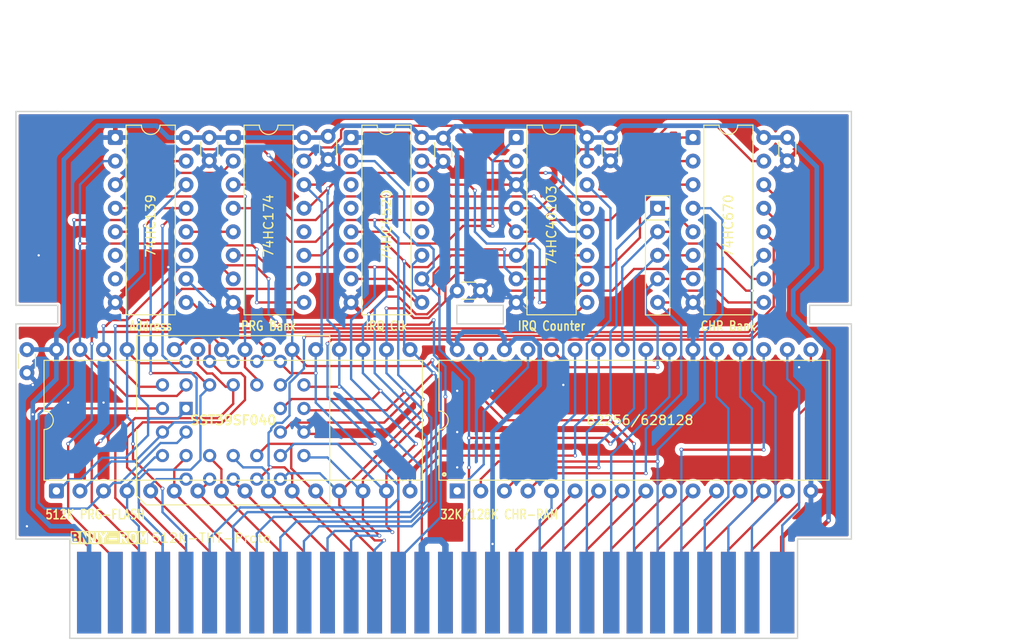
<source format=kicad_pcb>
(kicad_pcb (version 20241229) (generator "pcbnew") (generator_version "9.0")
  (title_block (comment 4 "AISLER Project ID: VZOPRJAU"))
  (layers (0 "F.Cu" signal) (2 "B.Cu" signal) (13 "F.Paste" user) (15 "B.Paste" user) (5 "F.SilkS" user "F.Silkscreen") (7 "B.SilkS" user "B.Silkscreen") (1 "F.Mask" user) (3 "B.Mask" user) (25 "Edge.Cuts" user))
  (net 0 "")
  (net 1 "/R~{W}")
  (net 2 "/~{pWR}")
  (net 3 "GND")
  (net 4 "/cA11")
  (net 5 "VCC")
  (net 6 "/~{pRD}")
  (net 7 "/pD0")
  (net 8 "/pD1")
  (net 9 "/pD2")
  (net 10 "/pD3")
  (net 11 "/cD7")
  (net 12 "/cD6")
  (net 13 "/cD5")
  (net 14 "/cD4")
  (net 15 "/cD3")
  (net 16 "/cD2")
  (net 17 "/cD1")
  (net 18 "/cD0")
  (net 19 "/~{ROMSEL}")
  (net 20 "/pA10")
  (net 21 "/pA11")
  (net 23 "/pD7")
  (net 24 "/pD6")
  (net 25 "/pD5")
  (net 26 "/pD4")
  (net 27 "/pA13")
  (net 28 "/pA12")
  (net 29 "/pA7")
  (net 30 "/pA6")
  (net 31 "/pA5")
  (net 32 "/pA4")
  (net 33 "/pA3")
  (net 34 "/pA2")
  (net 35 "/pA1")
  (net 36 "/pA0")
  (net 37 "/pA9")
  (net 38 "/pA8")
  (net 39 "/cA14")
  (net 40 "/cA10")
  (net 41 "/cA9")
  (net 42 "/cA8")
  (net 43 "/cA7")
  (net 44 "/cA6")
  (net 45 "/cA5")
  (net 46 "/cA4")
  (net 47 "/cA3")
  (net 48 "/cA2")
  (net 49 "/cA1")
  (net 50 "/cA0")
  (net 51 "/~{IRQ}")
  (net 52 "/cA12")
  (net 53 "/cA13")
  (net 54 "/cBank3")
  (net 55 "/cBank2")
  (net 56 "/cBank1")
  (net 57 "/cBank0")
  (net 58 "/~{irqWr}")
  (net 59 "/pBank0")
  (net 60 "/pBank1")
  (net 61 "/pBank2")
  (net 62 "/pBank3")
  (net 63 "/~{chrWR}")
  (net 64 "/~{prgWR}")
  (net 65 "/~{loR}")
  (net 66 "/~{loW}")
  (net 67 "Net-(U3A-O0)")
  (net 69 "Net-(U5A-Reset)")
  (net 71 "/ScanlineClk")
  (net 72 "/~{samWr}")
  (net 73 "/~{hiR}")
  (net 77 "/~{IRQStop}")
  (net 78 "/M2")
  (net 79 "/rfAUDIO")
  (footprint "Package_DIP:DIP-16_W7.62mm" (layer "F.Cu") (at 168.915 74.93)
    (property "Reference" "U7" (hide yes))
    (property "Value" "74HC670")
  )
  (footprint "Capacitor_THT:C_Disc_D3.0mm_W1.6mm_P2.50mm" (layer "F.Cu") (at 129.6 74.8 -90)
    (property "Reference" "C4" (hide yes))
    (property "Value" "C")
  )
  (footprint "Capacitor_THT:C_Disc_D3.0mm_W1.6mm_P2.50mm" (layer "F.Cu") (at 160.02 74.93 -90)
    (property "Reference" "C6" (hide yes))
    (property "Value" "C")
  )
  (footprint "Capacitor_THT:C_Disc_D3.0mm_W1.6mm_P2.50mm" (layer "F.Cu") (at 97.155 97.79 -90)
    (property "Reference" "C1" (hide yes))
    (property "Value" "C")
  )
  (footprint "Package_DIP:DIP-16_W7.62mm" (layer "F.Cu") (at 106.68 74.93)
    (property "Reference" "U3" (hide yes))
    (property "Value" "74HC139")
  )
  (footprint "Capacitor_THT:C_Disc_D3.0mm_W1.6mm_P2.50mm" (layer "F.Cu") (at 143.51 91.44)
    (property "Reference" "C2" (hide yes))
    (property "Value" "C")
  )
  (footprint "Package_DIP:DIP-16_W7.62mm" (layer "F.Cu") (at 132.08 74.93)
    (property "Reference" "U5" (hide yes))
    (property "Value" "74HC4520")
  )
  (footprint "Package_DIP:DIP-16_W7.62mm" (layer "F.Cu") (at 119.385 74.93)
    (property "Reference" "U4" (hide yes))
    (property "Value" "74HC174")
  )
  (footprint "Capacitor_THT:C_Disc_D3.0mm_W1.6mm_P2.50mm" (layer "F.Cu") (at 179.07 74.93 -90)
    (property "Reference" "C7" (hide yes))
    (property "Value" "C")
  )
  (footprint "PCM_Package_DIP_AKL:DIP-32_W15.24mm" (layer "F.Cu") (at 143.51 113.03 90)
    (property "Reference" "U2" (hide yes))
    (property "Value" "62256/628128")
  )
  (footprint "famicom:Famicom Cartridge Edge Connector (long legs)" (layer "F.Cu") (at 101.98 118.6)
    (property "Reference" "H1" (hide yes))
    (property "Value" "Famicom_Cartridge_Edge" (hide yes))
  )
  (footprint "Capacitor_THT:C_Disc_D3.0mm_W1.6mm_P2.50mm" (layer "F.Cu") (at 142 75 -90)
    (property "Reference" "C5" (hide yes))
    (property "Value" "C")
  )
  (footprint "Footprint:PLCC-DIP-32_THT-Socket" (layer "F.Cu") (at 114.3 104.14 90)
    (property "Reference" "U1" (hide yes))
    (property "Value" "SST39SF040")
  )
  (footprint "Capacitor_THT:C_Disc_D3.0mm_W1.6mm_P2.50mm" (layer "F.Cu") (at 116.8 74.93 -90)
    (property "Reference" "C3" (hide yes))
    (property "Value" "C")
  )
  (footprint "Package_DIP:DIP-16_W7.62mm" (layer "F.Cu") (at 149.865 74.93)
    (property "Reference" "U6" (hide yes))
    (property "Value" "74HC40103")
  )
  (footprint "Resistor_THT:R_Array_SIP5" (layer "F.Cu") (at 165.1 82.55 -90)
    (property "Reference" "RN1" (hide yes))
    (property "Value" "R_Network04")
  )
  (gr_line (start 181.4745 93.02) (end 181.4745 95.02) (stroke (width 0.15)) (layer "Edge.Cuts"))
  (gr_line (start 148.4745 95.02) (end 148.4745 93.02) (stroke (width 0.15)) (layer "Edge.Cuts"))
  (gr_line (start 181.4745 95.02) (end 185.9745 95.02) (stroke (width 0.15)) (layer "Edge.Cuts"))
  (gr_line (start 143.4745 93.02) (end 143.4745 95.02) (stroke (width 0.15)) (layer "Edge.Cuts"))
  (gr_line (start 185.9745 95.02) (end 185.9745 118.22) (stroke (width 0.15)) (layer "Edge.Cuts"))
  (gr_line (start 185.9745 118.22) (end 180.1745 118.22) (stroke (width 0.15)) (layer "Edge.Cuts"))
  (gr_line (start 95.9745 118.22) (end 101.7745 118.22) (stroke (width 0.15)) (layer "Edge.Cuts"))
  (gr_line (start 148.4745 93.02) (end 143.4745 93.02) (stroke (width 0.15)) (layer "Edge.Cuts"))
  (gr_line (start 180.1745 118.22) (end 180.1745 128.92) (stroke (width 0.15)) (layer "Edge.Cuts"))
  (gr_line (start 100.4745 95.02) (end 95.9745 95.02) (stroke (width 0.15)) (layer "Edge.Cuts"))
  (gr_line (start 95.9745 72.12) (end 95.9745 93.02) (stroke (width 0.15)) (layer "Edge.Cuts"))
  (gr_line (start 95.9745 93.02) (end 100.4745 93.02) (stroke (width 0.15)) (layer "Edge.Cuts"))
  (gr_line (start 101.7745 118.22) (end 101.7745 128.92) (stroke (width 0.15)) (layer "Edge.Cuts"))
  (gr_line (start 181.4745 72.12) (end 100.4745 72.12) (stroke (width 0.15)) (layer "Edge.Cuts"))
  (gr_line (start 180.1745 128.92) (end 101.7745 128.92) (stroke (width 0.15)) (layer "Edge.Cuts"))
  (gr_line (start 95.9745 95.02) (end 95.9745 118.22) (stroke (width 0.15)) (layer "Edge.Cuts"))
  (gr_line (start 100.4745 93.02) (end 100.4745 95.02) (stroke (width 0.15)) (layer "Edge.Cuts"))
  (gr_line (start 185.9745 72.12) (end 181.4745 72.12) (stroke (width 0.15)) (layer "Edge.Cuts"))
  (gr_line (start 185.9745 72.12) (end 185.9745 93.02) (stroke (width 0.15)) (layer "Edge.Cuts"))
  (gr_line (start 100.4745 72.12) (end 95.9745 72.12) (stroke (width 0.15)) (layer "Edge.Cuts"))
  (gr_line (start 185.9745 93.02) (end 181.4745 93.02) (stroke (width 0.15)) (layer "Edge.Cuts"))
  (gr_line (start 143.4745 95.02) (end 148.4745 95.02) (stroke (width 0.15)) (layer "Edge.Cuts"))
  (gr_text "BNUY-ROM" (at 106.045 118.11 0) (layer "F.SilkS" knockout) (effects (font (size 1 1) (thickness 0.2) (bold yes))))
  (gr_text "IRQ Clk" (at 135.89 95.25 0) (layer "F.SilkS") (effects (font (size 1 0.8) (thickness 0.16) (bold yes))))
  (gr_text "CHR Bank" (at 172.72 95.25 0) (layer "F.SilkS") (effects (font (size 1 0.8) (thickness 0.16) (bold yes))))
  (gr_text "512K PRG-FLASH" (at 99.06 115.57 0) (layer "F.SilkS") (effects (font (size 1 0.8) (thickness 0.16) (bold yes)) (justify left)))
  (gr_text "PRG Bank" (at 123.19 95.25 0) (layer "F.SilkS") (effects (font (size 1 0.8) (thickness 0.16) (bold yes))))
  (gr_text "512K-THT-Proto" (at 110.49 118.11 0) (layer "F.SilkS") (effects (font (size 1 1) (thickness 0.125)) (justify left)))
  (gr_text "IRQ Counter" (at 153.67 95.25 0) (layer "F.SilkS") (effects (font (size 1 0.8) (thickness 0.16) (bold yes))))
  (gr_text "32K/128K CHR-RAM" (at 141.605 115.57 0) (layer "F.SilkS") (effects (font (size 1 0.8) (thickness 0.16) (bold yes)) (justify left)))
  (gr_text "Address" (at 110.49 95.25 0) (layer "F.SilkS") (effects (font (size 1 0.8) (thickness 0.16) (bold yes))))
  (segment (start 103.07 97.99) (end 102.87 97.99) (width 0.25) (layer "F.Cu") (net 1))
  (segment (start 116.1421 86.36) (end 102.87 86.36) (width 0.25) (layer "F.Cu") (net 1))
  (segment (start 121.726 88.706) (end 118.4881 88.706) (width 0.25) (layer "F.Cu") (net 1))
  (segment (start 137.17 111.115) (end 137.17 124) (width 0.25) (layer "F.Cu") (net 1))
  (segment (start 123.992 94.782) (end 124.32 95.11) (width 0.25) (layer "F.Cu") (net 1))
  (segment (start 142.24 106.045) (end 137.17 111.115) (width 0.25) (layer "F.Cu") (net 1))
  (segment (start 114.3 101.8) (end 113.3128 102.7872) (width 0.25) (layer "F.Cu") (net 1))
  (segment (start 140.475 95.11) (end 140.97 94.615) (width 0.25) (layer "F.Cu") (net 1))
  (segment (start 118.4881 88.706) (end 116.1421 86.36) (width 0.25) (layer "F.Cu") (net 1))
  (segment (start 113.3128 102.7872) (end 107.8672 102.7872) (width 0.25) (layer "F.Cu") (net 1))
  (segment (start 123.19 90.17) (end 121.726 88.706) (width 0.25) (layer "F.Cu") (net 1))
  (segment (start 142.24 102.87) (end 142.24 106.045) (width 0.25) (layer "F.Cu") (net 1))
  (segment (start 107.8672 102.7872) (end 103.07 97.99) (width 0.25) (layer "F.Cu") (net 1))
  (segment (start 124.32 95.11) (end 140.475 95.11) (width 0.25) (layer "F.Cu") (net 1))
  (via (at 140.97 94.615) (size 0.4) (drill 0.25) (layers "F.Cu" "B.Cu") (net 1))
  (via (at 123.992 94.782) (size 0.4) (drill 0.25) (layers "F.Cu" "B.Cu") (net 1))
  (via (at 102.87 86.36) (size 0.4) (drill 0.25) (layers "F.Cu" "B.Cu") (net 1))
  (via (at 123.19 90.17) (size 0.4) (drill 0.25) (layers "F.Cu" "B.Cu") (net 1))
  (via (at 142.24 102.87) (size 0.4) (drill 0.25) (layers "F.Cu" "B.Cu") (net 1))
  (segment (start 123.992 94.782) (end 123.19 93.98) (width 0.25) (layer "B.Cu") (net 1))
  (segment (start 105.41 77.47) (end 106.68 77.47) (width 0.25) (layer "B.Cu") (net 1))
  (segment (start 141.006761 98.388239) (end 141.006761 94.651761) (width 0.25) (layer "B.Cu") (net 1))
  (segment (start 102.87 97.99) (end 102.87 80.01) (width 0.25) (layer "B.Cu") (net 1))
  (segment (start 102.87 80.01) (end 105.41 77.47) (width 0.25) (layer "B.Cu") (net 1))
  (segment (start 142.24 99.621479) (end 141.006761 98.388239) (width 0.25) (layer "B.Cu") (net 1))
  (segment (start 141.006761 94.651761) (end 140.97 94.615) (width 0.25) (layer "B.Cu") (net 1))
  (segment (start 123.19 93.98) (end 123.19 90.17) (width 0.25) (layer "B.Cu") (net 1))
  (segment (start 142.24 102.87) (end 142.24 99.621479) (width 0.25) (layer "B.Cu") (net 1))
  (segment (start 146.3675 104.4575) (end 146.3675 110.1725) (width 0.25) (layer "B.Cu") (net 2))
  (segment (start 144.78 111.76) (end 144.78 124) (width 0.25) (layer "B.Cu") (net 2))
  (segment (start 151.13 97.79) (end 151.13 99.695) (width 0.25) (layer "B.Cu") (net 2))
  (segment (start 146.3675 110.1725) (end 144.78 111.76) (width 0.25) (layer "B.Cu") (net 2))
  (segment (start 151.13 99.695) (end 146.3675 104.4575) (width 0.25) (layer "B.Cu") (net 2))
  (segment (start 138.43 113.23) (end 138.43 111.125) (width 0.25) (layer "F.Cu") (net 3))
  (segment (start 127 106.88) (end 134.42 106.88) (width 0.25) (layer "F.Cu") (net 3))
  (segment (start 143.24 78.74) (end 142 77.5) (width 0.25) (layer "F.Cu") (net 3))
  (segment (start 138.43 111.125) (end 142.875 106.68) (width 0.25) (layer "F.Cu") (net 3))
  (segment (start 99.06 116.84) (end 97.155 116.84) (width 0.25) (layer "F.Cu") (net 3))
  (segment (start 146.685 80.01) (end 145.415 78.74) (width 0.25) (layer "F.Cu") (net 3))
  (segment (start 142.24 124) (end 142.24 111.76) (width 0.25) (layer "F.Cu") (net 3))
  (segment (start 103.85 124) (end 103.85 119.09) (width 0.25) (layer "F.Cu") (net 3))
  (segment (start 103.85 119.09) (end 102.235 117.475) (width 0.25) (layer "F.Cu") (net 3))
  (segment (start 149.865 80.01) (end 146.685 80.01) (width 0.25) (layer "F.Cu") (net 3))
  (segment (start 102.235 117.475) (end 99.695 117.475) (width 0.25) (layer "F.Cu") (net 3))
  (segment (start 142.875 106.68) (end 143.51 106.68) (width 0.25) (layer "F.Cu") (net 3))
  (segment (start 145.415 78.74) (end 143.24 78.74) (width 0.25) (layer "F.Cu") (net 3))
  (segment (start 134.42 106.88) (end 134.62 106.68) (width 0.25) (layer "F.Cu") (net 3))
  (segment (start 99.695 117.475) (end 99.06 116.84) (width 0.25) (layer "F.Cu") (net 3))
  (segment (start 142.24 111.76) (end 143.51 110.49) (width 0.25) (layer "F.Cu") (net 3))
  (via (at 105.41 103.505) (size 0.4) (drill 0.25) (layers "F.Cu" "B.Cu") (net 3))
  (via (at 154.94 101.6) (size 0.4) (drill 0.25) (layers "F.Cu" "B.Cu") (net 3))
  (via (at 101.6 103.505) (size 0.4) (drill 0.25) (layers "F.Cu" "B.Cu") (net 3))
  (via (at 143.51 106.68) (size 0.4) (drill 0.25) (layers "F.Cu" "B.Cu") (net 3))
  (via (at 112.395 88.9) (size 0.4) (drill 0.25) (layers "F.Cu" "B.Cu") (net 3))
  (via (at 147.32 102.235) (size 0.4) (drill 0.25) (layers "F.Cu" "B.Cu") (net 3))
  (via (at 97.155 116.84) (size 0.4) (drill 0.25) (layers "F.Cu" "B.Cu") (net 3))
  (via (at 97.79 101.6) (size 0.4) (drill 0.25) (layers "F.Cu" "B.Cu") (net 3))
  (via (at 143.51 110.49) (size 0.4) (drill 0.25) (layers "F.Cu" "B.Cu") (net 3))
  (via (at 143.51 102.235) (size 0.4) (drill 0.25) (layers "F.Cu" "B.Cu") (net 3))
  (via (at 134.62 106.68) (size 0.4) (drill 0.25) (layers "F.Cu" "B.Cu") (net 3))
  (via (at 98.425 87.63) (size 0.4) (drill 0.25) (layers "F.Cu" "B.Cu") (net 3))
  (via (at 180.34 99.695) (size 0.4) (drill 0.25) (layers "F.Cu" "B.Cu") (net 3))
  (segment (start 119.385 92.71) (end 115.575 88.9) (width 0.25) (layer "B.Cu") (net 3))
  (segment (start 118.03 76.2) (end 116.8 77.43) (width 0.25) (layer "B.Cu") (net 3))
  (segment (start 115.575 88.9) (end 112.395 88.9) (width 0.25) (layer "B.Cu") (net 3))
  (segment (start 149.865 92.71) (end 150.499694 92.71) (width 0.25) (layer "B.Cu") (net 3))
  (segment (start 154.94 97.150306) (end 154.94 101.6) (width 0.25) (layer "B.Cu") (net 3))
  (segment (start 143.51 110.49) (end 143.51 106.68) (width 0.25) (layer "B.Cu") (net 3))
  (segment (start 138.43 110.49) (end 138.43 113.23) (width 0.25) (layer "B.Cu") (net 3))
  (segment (start 146.809999 92.239999) (end 149.394999 92.239999) (width 0.25) (layer "B.Cu") (net 3))
  (segment (start 131.97 74.93) (end 132.08 74.93) (width 0.25) (layer "B.Cu") (net 3))
  (segment (start 129.6 77.3) (end 128.5 76.2) (width 0.25) (layer "B.Cu") (net 3))
  (segment (start 150.499694 92.71) (end 154.94 97.150306) (width 0.25) (layer "B.Cu") (net 3))
  (segment (start 146.01 91.44) (end 146.809999 92.239999) (width 0.25) (layer "B.Cu") (net 3))
  (segment (start 134.62 106.68) (end 138.43 110.49) (width 0.25) (layer "B.Cu") (net 3))
  (segment (start 128.5 76.2) (end 118.03 76.2) (width 0.25) (layer "B.Cu") (net 3))
  (segment (start 129.6 77.3) (end 131.97 74.93) (width 0.25) (layer "B.Cu") (net 3))
  (segment (start 149.394999 92.239999) (end 149.865 92.71) (width 0.25) (layer "B.Cu") (net 3))
  (segment (start 106.68 120.4) (end 106.68 124) (width 0.25) (layer "F.Cu") (net 4))
  (segment (start 104.14 97.155) (end 104.14 96.52) (width 0.25) (layer "F.Cu") (net 4))
  (segment (start 104.775 95.885) (end 116.604849 95.885) (width 0.25) (layer "F.Cu") (net 4))
  (segment (start 101.6 107.95) (end 101.6 115.32) (width 0.25) (layer "F.Cu") (net 4))
  (segment (start 116.604849 95.885) (end 118.11 97.390151) (width 0.25) (layer "F.Cu") (net 4))
  (segment (start 104.14 96.52) (end 104.775 95.885) (width 0.25) (layer "F.Cu") (net 4))
  (segment (start 101.6 115.32) (end 106.68 120.4) (width 0.25) (layer "F.Cu") (net 4))
  (segment (start 118.11 97.390151) (end 118.11 97.99) (width 0.25) (layer "F.Cu") (net 4))
  (via (at 101.6 107.95) (size 0.4) (drill 0.25) (layers "F.Cu" "B.Cu") (net 4))
  (via (at 104.14 97.155) (size 0.4) (drill 0.25) (layers "F.Cu" "B.Cu") (net 4))
  (segment (start 104.14 97.155) (end 104.14 105.41) (width 0.25) (layer "B.Cu") (net 4))
  (segment (start 104.14 105.41) (end 101.6 107.95) (width 0.25) (layer "B.Cu") (net 4))
  (segment (start 118.11 97.99) (end 119.38 99.26) (width 0.25) (layer "B.Cu") (net 4))
  (segment (start 179.705 116.84) (end 182.88 116.84) (width 0.5) (layer "F.Cu") (net 5))
  (segment (start 111.76 104.34) (end 111.56 104.14) (width 0.25) (layer "F.Cu") (net 5))
  (segment (start 182.88 116.84) (end 183.515 116.205) (width 0.5) (layer "F.Cu") (net 5))
  (segment (start 111.56 104.14) (end 98.425 104.14) (width 0.25) (layer "F.Cu") (net 5))
  (segment (start 178.5255 118.0195) (end 179.705 116.84) (width 0.5) (layer "F.Cu") (net 5))
  (segment (start 98.425 104.14) (end 97.79 104.775) (width 0.25) (layer "F.Cu") (net 5))
  (segment (start 147.32 124) (end 147.32 118.745) (width 0.25) (layer "F.Cu") (net 5))
  (segment (start 178.5255 124) (end 178.5255 118.0195) (width 0.5) (layer "F.Cu") (net 5))
  (via (at 97.79 104.775) (size 0.4) (drill 0.25) (layers "F.Cu" "B.Cu") (net 5))
  (via (at 147.32 118.745) (size 0.4) (drill 0.25) (layers "F.Cu" "B.Cu") (net 5))
  (via (at 183.515 116.205) (size 0.4) (drill 0.25) (layers "F.Cu" "B.Cu") (net 5))
  (segment (start 152.4 97.361529) (end 151.627471 96.589) (width 0.5) (layer "B.Cu") (net 5))
  (segment (start 142.07 74.93) (end 143.271 73.729) (width 0.5) (layer "B.Cu") (net 5))
  (segment (start 157.485 74.93) (end 157.485 77.47) (width 0.5) (layer "B.Cu") (net 5))
  (segment (start 138.43 73.66) (end 130.74 73.66) (width 0.5) (layer "B.Cu") (net 5))
  (segment (start 104.775 73.66) (end 111.125 73.66) (width 0.5) (layer "B.Cu") (net 5))
  (segment (start 130.74 73.66) (end 129.47 74.93) (width 0.5) (layer "B.Cu") (net 5))
  (segment (start 161.29 73.66) (end 175.265 73.66) (width 0.5) (layer "B.Cu") (net 5))
  (segment (start 175.265 73.66) (end 176.535 74.93) (width 0.5) (layer "B.Cu") (net 5))
  (segment (start 112.395 74.93) (end 114.3 74.93) (width 0.5) (layer "B.Cu") (net 5))
  (segment (start 151.627471 96.589) (end 149.791 96.589) (width 0.5) (layer "B.Cu") (net 5))
  (segment (start 143.51 97.79) (end 142.579806 96.859806) (width 0.5) (layer "B.Cu") (net 5))
  (segment (start 179.07 74.93) (end 176.535 74.93) (width 0.5) (layer "B.Cu") (net 5))
  (segment (start 102.235 116.84) (end 103.85 118.455) (width 0.5) (layer "B.Cu") (net 5))
  (segment (start 143.51 97.79) (end 143.457588 97.737588) (width 0.5) (layer "B.Cu") (net 5))
  (segment (start 179.07 74.93) (end 182.245 78.105) (width 0.5) (layer "B.Cu") (net 5))
  (segment (start 182.245 78.105) (end 182.245 88.9) (width 0.5) (layer "B.Cu") (net 5))
  (segment (start 147.955 95.885) (end 148.59 96.52) (width 0.5) (layer "B.Cu") (net 5))
  (segment (start 152.4 101.6) (end 152.4 97.361529) (width 0.5) (layer "B.Cu") (net 5))
  (segment (start 143.51 96.52) (end 144.145 95.885) (width 0.5) (layer "B.Cu") (net 5))
  (segment (start 143.51 76.51) (end 142 75) (width 0.5) (layer "B.Cu") (net 5))
  (segment (start 101.129999 95.25) (end 101.129999 77.305001) (width 0.5) (layer "B.Cu") (net 5))
  (segment (start 182.245 88.9) (end 179.705 91.44) (width 0.5) (layer "B.Cu") (net 5))
  (segment (start 100.33 99.06) (end 100.33 100.965) (width 0.5) (layer "B.Cu") (net 5))
  (segment (start 143.51 91.44) (end 143.51 76.51) (width 0.5) (layer "B.Cu") (net 5))
  (segment (start 148.59 96.52) (end 148.59 97.79) (width 0.5) (layer "B.Cu") (net 5))
  (segment (start 139.7 74.93) (end 138.43 73.66) (width 0.5) (layer "B.Cu") (net 5))
  (segment (start 156.284 73.729) (end 157.485 74.93) (width 0.5) (layer "B.Cu") (net 5))
  (segment (start 157.485 74.93) (end 160.02 74.93) (width 0.5) (layer "B.Cu") (net 5))
  (segment (start 119.385 74.93) (end 127.005 74.93) (width 0.5) (layer "B.Cu") (net 5))
  (segment (start 100.33 100.965) (end 97.79 103.505) (width 0.5) (layer "B.Cu") (net 5))
  (segment (start 147.32 124) (end 147.32 106.68) (width 0.5) (layer "B.Cu") (net 5))
  (segment (start 149.791 96.589) (end 148.59 97.79) (width 0.5) (layer "B.Cu") (net 5))
  (segment (start 160.02 74.93) (end 161.29 73.66) (width 0.5) (layer "B.Cu") (net 5))
  (segment (start 143.271 73.729) (end 156.284 73.729) (width 0.5) (layer "B.Cu") (net 5))
  (segment (start 103.85 118.455) (end 103.85 124) (width 0.5) (layer "B.Cu") (net 5))
  (segment (start 111.125 73.66) (end 112.395 74.93) (width 0.5) (layer "B.Cu") (net 5))
  (segment (start 97.79 114.935) (end 99.695 116.84) (width 0.5) (layer "B.Cu") (net 5))
  (segment (start 100.33 97.79) (end 97.155 97.79) (width 0.5) (layer "B.Cu") (net 5))
  (segment (start 100.33 96.049999) (end 101.129999 95.25) (width 0.5) (layer "B.Cu") (net 5))
  (segment (start 143.51 97.79) (end 143.51 96.52) (width 0.5) (layer "B.Cu") (net 5))
  (segment (start 142.579806 92.370194) (end 143.51 91.44) (width 0.5) (layer "B.Cu") (net 5))
  (segment (start 139.7 74.93) (end 142.07 74.93) (width 0.5) (layer "B.Cu") (net 5))
  (segment (start 129.47 74.93) (end 127.005 74.93) (width 0.5) (layer "B.Cu") (net 5))
  (segment (start 119.385 74.93) (end 114.3 74.93) (width 0.5) (layer "B.Cu") (net 5))
  (segment (start 100.33 97.99) (end 100.33 99.06) (width 0.5) (layer "B.Cu") (net 5))
  (segment (start 147.32 106.68) (end 152.4 101.6) (width 0.5) (layer "B.Cu") (net 5))
  (segment (start 97.79 103.505) (end 97.79 114.935) (width 0.5) (layer "B.Cu") (net 5))
  (segment (start 183.515 97.839732) (end 183.515 116.205) (width 0.5) (layer "B.Cu") (net 5))
  (segment (start 100.33 99.06) (end 100.33 97.79) (width 0.5) (layer "B.Cu") (net 5))
  (segment (start 179.705 94.029732) (end 183.515 97.839732) (width 0.5) (layer "B.Cu") (net 5))
  (segment (start 101.129999 77.305001) (end 104.775 73.66) (width 0.5) (layer "B.Cu") (net 5))
  (segment (start 142.579806 96.859806) (end 142.579806 92.370194) (width 0.5) (layer "B.Cu") (net 5))
  (segment (start 144.145 95.885) (end 147.955 95.885) (width 0.5) (layer "B.Cu") (net 5))
  (segment (start 179.705 91.44) (end 179.705 94.029732) (width 0.5) (layer "B.Cu") (net 5))
  (segment (start 100.33 97.79) (end 100.33 96.049999) (width 0.5) (layer "B.Cu") (net 5))
  (segment (start 99.695 116.84) (end 102.235 116.84) (width 0.5) (layer "B.Cu") (net 5))
  (segment (start 144.78 110.49) (end 144.78 124) (width 0.25) (layer "F.Cu") (net 6))
  (segment (start 160.02 107.95) (end 159.385 107.315) (width 0.25) (layer "F.Cu") (net 6))
  (segment (start 159.385 107.315) (end 144.78 107.315) (width 0.25) (layer "F.Cu") (net 6))
  (via (at 160.02 107.95) (size 0.4) (drill 0.25) (layers "F.Cu" "B.Cu") (net 6))
  (via (at 144.78 110.49) (size 0.4) (drill 0.25) (layers "F.Cu" "B.Cu") (net 6))
  (via (at 144.78 107.315) (size 0.4) (drill 0.25) (layers "F.Cu" "B.Cu") (net 6))
  (segment (start 137.795 80.645) (end 134.62 77.47) (width 0.25) (layer "B.Cu") (net 6))
  (segment (start 140.529 86.554) (end 139.223215 86.554) (width 0.25) (layer "B.Cu") (net 6))
  (segment (start 134.62 77.47) (end 132.08 77.47) (width 0.25) (layer "B.Cu") (net 6))
  (segment (start 144.78 100.965) (end 144.78 107.315) (width 0.25) (layer "B.Cu") (net 6))
  (segment (start 160.02 107.95) (end 163.83 104.14) (width 0.25) (layer "B.Cu") (net 6))
  (segment (start 139.7 90.17) (end 140.97 88.9) (width 0.25) (layer "B.Cu") (net 6))
  (segment (start 144.78 110.49) (end 144.78 107.315) (width 0.25) (layer "B.Cu") (net 6))
  (segment (start 141.605 97.79) (end 144.78 100.965) (width 0.25) (layer "B.Cu") (net 6))
  (segment (start 139.7 90.17) (end 141.605 92.075) (width 0.25) (layer "B.Cu") (net 6))
  (segment (start 141.605 92.075) (end 141.605 97.79) (width 0.25) (layer "B.Cu") (net 6))
  (segment (start 140.97 86.995) (end 140.529 86.554) (width 0.25) (layer "B.Cu") (net 6))
  (segment (start 140.97 88.9) (end 140.97 86.995) (width 0.25) (layer "B.Cu") (net 6))
  (segment (start 137.795 85.125785) (end 137.795 80.645) (width 0.25) (layer "B.Cu") (net 6))
  (segment (start 139.223215 86.554) (end 137.795 85.125785) (width 0.25) (layer "B.Cu") (net 6))
  (segment (start 163.83 104.14) (end 163.83 97.79) (width 0.25) (layer "B.Cu") (net 6))
  (segment (start 167.66 119.36) (end 167.66 124) (width 0.25) (layer "F.Cu") (net 7))
  (segment (start 173.99 113.03) (end 167.66 119.36) (width 0.25) (layer "F.Cu") (net 7))
  (segment (start 170.18 119.38) (end 170.18 124) (width 0.25) (layer "F.Cu") (net 8))
  (segment (start 176.53 113.03) (end 170.18 119.38) (width 0.25) (layer "F.Cu") (net 8))
  (segment (start 172.72 119.38) (end 179.07 113.03) (width 0.25) (layer "F.Cu") (net 9))
  (segment (start 172.72 124) (end 172.72 119.38) (width 0.25) (layer "F.Cu") (net 9))
  (segment (start 180.34 104.775) (end 181.61 103.505) (width 0.25) (layer "F.Cu") (net 10))
  (segment (start 181.61 103.505) (end 181.61 97.79) (width 0.25) (layer "F.Cu") (net 10))
  (segment (start 175.26 119.38) (end 180.34 114.3) (width 0.25) (layer "F.Cu") (net 10))
  (segment (start 180.34 114.3) (end 180.34 104.775) (width 0.25) (layer "F.Cu") (net 10))
  (segment (start 175.26 124) (end 175.26 119.38) (width 0.25) (layer "F.Cu") (net 10))
  (segment (start 128.27 100.33) (end 125.53 100.33) (width 0.25) (layer "F.Cu") (net 11))
  (segment (start 130.8 76.6) (end 131.2 76.2) (width 0.25) (layer "F.Cu") (net 11))
  (segment (start 146.685 78.74) (end 153.035 78.74) (width 0.25) (layer "F.Cu") (net 11))
  (segment (start 156.845 82.55) (end 157.485 82.55) (width 0.25) (layer "F.Cu") (net 11))
  (segment (start 125.53 100.33) (end 124.46 99.26) (width 0.25) (layer "F.Cu") (net 11))
  (segment (start 131.2 76.2) (end 144.145 76.2) (width 0.25) (layer "F.Cu") (net 11))
  (segment (start 128.99 80.01) (end 130.8 78.2) (width 0.25) (layer "F.Cu") (net 11))
  (segment (start 127.005 80.01) (end 128.99 80.01) (width 0.25) (layer "F.Cu") (net 11))
  (segment (start 144.145 76.2) (end 146.685 78.74) (width 0.25) (layer "F.Cu") (net 11))
  (segment (start 130.8 78.2) (end 130.8 76.6) (width 0.25) (layer "F.Cu") (net 11))
  (via (at 128.27 100.33) (size 0.4) (drill 0.25) (layers "F.Cu" "B.Cu") (net 11))
  (via (at 153.035 78.74) (size 0.4) (drill 0.25) (layers "F.Cu" "B.Cu") (net 11))
  (segment (start 153.675 78.74) (end 153.035 78.74) (width 0.25) (layer "B.Cu") (net 11))
  (segment (start 116.84 124) (end 116.84 118.11) (width 0.25) (layer "B.Cu") (net 11))
  (segment (start 137.16 112.395) (end 128.27 103.505) (width 0.25) (layer "B.Cu") (net 11))
  (segment (start 136.242847 114.808) (end 137.16 113.890847) (width 0.25) (layer "B.Cu") (net 11))
  (segment (start 128.905 97.355) (end 128.27 97.99) (width 0.25) (layer "B.Cu") (net 11))
  (segment (start 116.84 118.11) (end 120.142 114.808) (width 0.25) (layer "B.Cu") (net 11))
  (segment (start 127.005 80.01) (end 128.905 81.91) (width 0.25) (layer "B.Cu") (net 11))
  (segment (start 120.142 114.808) (end 136.242847 114.808) (width 0.25) (layer "B.Cu") (net 11))
  (segment (start 128.27 103.505) (end 128.27 97.99) (width 0.25) (layer "B.Cu") (net 11))
  (segment (start 137.16 113.890847) (end 137.16 112.395) (width 0.25) (layer "B.Cu") (net 11))
  (segment (start 128.905 81.91) (end 128.905 97.355) (width 0.25) (layer "B.Cu") (net 11))
  (segment (start 157.485 82.55) (end 153.675 78.74) (width 0.25) (layer "B.Cu") (net 11))
  (segment (start 127.457668 82.55) (end 131.267668 78.74) (width 0.25) (layer "F.Cu") (net 12))
  (segment (start 127.005 82.55) (end 127.457668 82.55) (width 0.25) (layer "F.Cu") (net 12))
  (segment (start 142.875 81.28) (end 151.765 81.28) (width 0.25) (layer "F.Cu") (net 12))
  (segment (start 131.267668 78.74) (end 140.335 78.74) (width 0.25) (layer "F.Cu") (net 12))
  (segment (start 130.81 101.8) (end 127 101.8) (width 0.25) (layer "F.Cu") (net 12))
  (segment (start 140.335 78.74) (end 142.875 81.28) (width 0.25) (layer "F.Cu") (net 12))
  (via (at 129.597858 80.40981) (size 0.4) (drill 0.25) (layers "F.Cu" "B.Cu") (net 12))
  (via (at 151.765 81.28) (size 0.4) (drill 0.25) (layers "F.Cu" "B.Cu") (net 12))
  (via (at 130.81 101.8) (size 0.4) (drill 0.25) (layers "F.Cu" "B.Cu") (net 12))
  (segment (start 130.81 95.885) (end 129.54 94.615) (width 0.25) (layer "B.Cu") (net 12))
  (segment (start 155.575 85.09) (end 151.765 81.28) (width 0.25) (layer "B.Cu") (net 12))
  (segment (start 138.432794 115.316) (end 139.7 114.048794) (width 0.25) (layer "B.Cu") (net 12))
  (segment (start 129.597858 80.99019) (end 129.54 81.048048) (width 0.25) (layer "B.Cu") (net 12))
  (segment (start 129.597858 80.40981) (end 129.597858 80.99019) (width 0.25) (layer "B.Cu") (net 12))
  (segment (start 139.7 114.048794) (end 139.7 110.49) (width 0.25) (layer "B.Cu") (net 12))
  (segment (start 120.904 115.316) (end 138.432794 115.316) (width 0.25) (layer "B.Cu") (net 12))
  (segment (start 119.38 124) (end 119.38 116.84) (width 0.25) (layer "B.Cu") (net 12))
  (segment (start 119.38 116.84) (end 120.904 115.316) (width 0.25) (layer "B.Cu") (net 12))
  (segment (start 157.485 85.09) (end 155.575 85.09) (width 0.25) (layer "B.Cu") (net 12))
  (segment (start 130.81 101.6) (end 130.81 97.99) (width 0.25) (layer "B.Cu") (net 12))
  (segment (start 119.25 123.9245) (end 119.1745 124) (width 0.25) (layer "B.Cu") (net 12))
  (segment (start 139.7 110.49) (end 130.81 101.6) (width 0.25) (layer "B.Cu") (net 12))
  (segment (start 129.54 81.048048) (end 129.54 94.615) (width 0.25) (layer "B.Cu") (net 12))
  (segment (start 130.81 97.79) (end 130.81 95.885) (width 0.25) (layer "B.Cu") (net 12))
  (segment (start 137.165248 92.075) (end 139.070248 93.98) (width 0.25) (layer "F.Cu") (net 13))
  (segment (start 133.985 93.98) (end 135.89 92.075) (width 0.25) (layer "F.Cu") (net 13))
  (segment (start 142.875 88.9) (end 153.6021 88.9) (width 0.25) (layer "F.Cu") (net 13))
  (segment (start 140.2671 93.98) (end 141.57105 92.67605) (width 0.25) (layer "F.Cu") (net 13))
  (segment (start 135.89 92.075) (end 137.165248 92.075) (width 0.25) (layer "F.Cu") (net 13))
  (segment (start 154.8721 87.63) (end 157.485 87.63) (width 0.25) (layer "F.Cu") (net 13))
  (segment (start 125.676 103.124) (end 124.46 104.34) (width 0.25) (layer "F.Cu") (net 13))
  (segment (start 134.366 103.124) (end 125.676 103.124) (width 0.25) (layer "F.Cu") (net 13))
  (segment (start 139.070248 93.98) (end 140.2671 93.98) (width 0.25) (layer "F.Cu") (net 13))
  (segment (start 153.6021 88.9) (end 154.8721 87.63) (width 0.25) (layer "F.Cu") (net 13))
  (segment (start 141.57105 90.20395) (end 142.875 88.9) (width 0.25) (layer "F.Cu") (net 13))
  (segment (start 141.57105 92.67605) (end 141.57105 90.20395) (width 0.25) (layer "F.Cu") (net 13))
  (segment (start 135.255 102.235) (end 134.366 103.124) (width 0.25) (layer "F.Cu") (net 13))
  (via (at 135.255 102.235) (size 0.4) (drill 0.25) (layers "F.Cu" "B.Cu") (net 13))
  (via (at 133.985 93.98) (size 0.4) (drill 0.25) (layers "F.Cu" "B.Cu") (net 13))
  (segment (start 133.985 94.615) (end 133.35 95.25) (width 0.25) (layer "B.Cu") (net 13))
  (segment (start 140.208 114.107894) (end 140.208 107.188) (width 0.25) (layer "B.Cu") (net 13))
  (segment (start 138.491894 115.824) (end 140.208 114.107894) (width 0.25) (layer "B.Cu") (net 13))
  (segment (start 133.985 93.98) (end 133.985 94.615) (width 0.25) (layer "B.Cu") (net 13))
  (segment (start 121.92 124) (end 121.92 117.642) (width 0.25) (layer "B.Cu") (net 13))
  (segment (start 121.92 117.642) (end 123.738 115.824) (width 0.25) (layer "B.Cu") (net 13))
  (segment (start 133.35 95.25) (end 133.35 97.99) (width 0.25) (layer "B.Cu") (net 13))
  (segment (start 140.208 107.188) (end 133.35 100.33) (width 0.25) (layer "B.Cu") (net 13))
  (segment (start 133.35 100.33) (end 133.35 97.99) (width 0.25) (layer "B.Cu") (net 13))
  (segment (start 123.738 115.824) (end 138.491894 115.824) (width 0.25) (layer "B.Cu") (net 13))
  (segment (start 156.215 91.44) (end 157.485 90.17) (width 0.25) (layer "F.Cu") (net 14))
  (segment (start 142.24 92.5742) (end 142.24 90.805) (width 0.25) (layer "F.Cu") (net 14))
  (segment (start 143.51 89.535) (end 146.685 89.535) (width 0.25) (layer "F.Cu") (net 14))
  (segment (start 142.24 90.805) (end 143.51 89.535) (width 0.25) (layer "F.Cu") (net 14))
  (segment (start 140.4332 94.381) (end 142.24 92.5742) (width 0.25) (layer "F.Cu") (net 14))
  (segment (start 135.89 104.34) (end 127 104.34) (width 0.25) (layer "F.Cu") (net 14))
  (segment (start 135.89 93.345) (end 137.795 93.345) (width 0.25) (layer "F.Cu") (net 14))
  (segment (start 146.685 89.535) (end 148.59 91.44) (width 0.25) (layer "F.Cu") (net 14))
  (segment (start 148.59 91.44) (end 156.215 91.44) (width 0.25) (layer "F.Cu") (net 14))
  (segment (start 137.795 102.435) (end 135.89 104.34) (width 0.25) (layer "F.Cu") (net 14))
  (segment (start 137.795 93.345) (end 138.831 94.381) (width 0.25) (layer "F.Cu") (net 14))
  (segment (start 137.795 102.235) (end 137.795 102.435) (width 0.25) (layer "F.Cu") (net 14))
  (segment (start 138.831 94.381) (end 140.4332 94.381) (width 0.25) (layer "F.Cu") (net 14))
  (via (at 137.795 102.235) (size 0.4) (drill 0.25) (layers "F.Cu" "B.Cu") (net 14))
  (via (at 135.89 93.345) (size 0.4) (drill 0.25) (layers "F.Cu" "B.Cu") (net 14))
  (segment (start 126.171 116.332) (end 124.46 118.043) (width 0.25) (layer "B.Cu") (net 14))
  (segment (start 135.89 100.33) (end 140.716 105.156) (width 0.25) (layer "B.Cu") (net 14))
  (segment (start 135.89 97.99) (end 135.89 93.345) (width 0.25) (layer "B.Cu") (net 14))
  (segment (start 138.550994 116.332) (end 126.171 116.332) (width 0.25) (layer "B.Cu") (net 14))
  (segment (start 140.716 105.156) (end 140.716 114.166994) (width 0.25) (layer "B.Cu") (net 14))
  (segment (start 135.89 97.99) (end 135.89 100.33) (width 0.25) (layer "B.Cu") (net 14))
  (segment (start 140.716 114.166994) (end 138.550994 116.332) (width 0.25) (layer "B.Cu") (net 14))
  (segment (start 124.46 118.043) (end 124.46 124) (width 0.25) (layer "B.Cu") (net 14))
  (segment (start 140.335 88.9) (end 138.43 88.9) (width 0.25) (layer "F.Cu") (net 15))
  (segment (start 135.89 86.36) (end 137.795 88.265) (width 0.25) (layer "F.Cu") (net 15))
  (segment (start 138.43 88.9) (end 137.795 88.265) (width 0.25) (layer "F.Cu") (net 15))
  (segment (start 165.488 80.01) (end 168.915 80.01) (width 0.25) (layer "F.Cu") (net 15))
  (segment (start 149.865 90.17) (end 154.305 90.17) (width 0.25) (layer "F.Cu") (net 15))
  (segment (start 125.676 105.664) (end 135.636 105.664) (width 0.25) (layer "F.Cu") (net 15))
  (segment (start 163.195 85.725) (end 163.195 82.303) (width 0.25) (layer "F.Cu") (net 15))
  (segment (start 135.636 105.664) (end 140.97 100.33) (width 0.25) (layer "F.Cu") (net 15))
  (segment (start 154.305 90.17) (end 155.575 88.9) (width 0.25) (layer "F.Cu") (net 15))
  (segment (start 148.59 86.995) (end 142.24 86.995) (width 0.25) (layer "F.Cu") (net 15))
  (segment (start 160.02 88.9) (end 163.195 85.725) (width 0.25) (layer "F.Cu") (net 15))
  (segment (start 163.195 82.303) (end 165.488 80.01) (width 0.25) (layer "F.Cu") (net 15))
  (segment (start 155.575 88.9) (end 160.02 88.9) (width 0.25) (layer "F.Cu") (net 15))
  (segment (start 124.46 106.88) (end 125.676 105.664) (width 0.25) (layer "F.Cu") (net 15))
  (segment (start 128.905 87.63) (end 130.175 86.36) (width 0.25) (layer "F.Cu") (net 15))
  (segment (start 130.175 86.36) (end 135.89 86.36) (width 0.25) (layer "F.Cu") (net 15))
  (segment (start 127.005 87.63) (end 128.905 87.63) (width 0.25) (layer "F.Cu") (net 15))
  (segment (start 142.24 86.995) (end 140.335 88.9) (width 0.25) (layer "F.Cu") (net 15))
  (via (at 137.795 88.265) (size 0.4) (drill 0.25) (layers "F.Cu" "B.Cu") (net 15))
  (via (at 140.97 100.33) (size 0.4) (drill 0.25) (layers "F.Cu" "B.Cu") (net 15))
  (via (at 148.59 86.995) (size 0.4) (drill 0.25) (layers "F.Cu" "B.Cu") (net 15))
  (segment (start 128.604 116.84) (end 138.610094 116.84) (width 0.25) (layer "B.Cu") (net 15))
  (segment (start 138.610094 116.84) (end 141.224 114.226094) (width 0.25) (layer "B.Cu") (net 15))
  (segment (start 127 124) (end 127 118.444) (width 0.25) (layer "B.Cu") (net 15))
  (segment (start 148.59 86.995) (end 148.59 88.895) (width 0.25) (layer "B.Cu") (net 15))
  (segment (start 141.224 100.584) (end 138.63 97.99) (width 0.25) (layer "B.Cu") (net 15))
  (segment (start 138.63 97.99) (end 138.43 97.99) (width 0.25) (layer "B.Cu") (net 15))
  (segment (start 127 118.444) (end 128.604 116.84) (width 0.25) (layer "B.Cu") (net 15))
  (segment (start 148.59 88.895) (end 149.865 90.17) (width 0.25) (layer "B.Cu") (net 15))
  (segment (start 137.795 97.355) (end 137.795 88.265) (width 0.25) (layer "B.Cu") (net 15))
  (segment (start 138.43 97.99) (end 137.795 97.355) (width 0.25) (layer "B.Cu") (net 15))
  (segment (start 141.224 114.226094) (end 141.224 100.584) (width 0.25) (layer "B.Cu") (net 15))
  (segment (start 136.525 117.475) (end 135.89 116.84) (width 0.25) (layer "F.Cu") (net 16))
  (segment (start 140.335 91.44) (end 140.97 90.805) (width 0.25) (layer "F.Cu") (net 16))
  (segment (start 153.675 83.82) (end 149.865 87.63) (width 0.25) (layer "F.Cu") (net 16))
  (segment (start 166.37 77.47) (end 160.02 83.82) (width 0.25) (layer "F.Cu") (net 16))
  (segment (start 135.89 88.9) (end 138.43 91.44) (width 0.25) (layer "F.Cu") (net 16))
  (segment (start 121.92 87.63) (end 123.19 88.9) (width 0.25) (layer "F.Cu") (net 16))
  (segment (start 168.915 77.47) (end 166.37 77.47) (width 0.25) (layer "F.Cu") (net 16))
  (segment (start 135.89 111.125) (end 135.89 113.23) (width 0.25) (layer "F.Cu") (net 16))
  (segment (start 138.43 91.44) (end 140.335 91.44) (width 0.25) (layer "F.Cu") (net 16))
  (segment (start 123.19 88.9) (end 135.89 88.9) (width 0.25) (layer "F.Cu") (net 16))
  (segment (start 119.385 87.63) (end 121.92 87.63) (width 0.25) (layer "F.Cu") (net 16))
  (segment (start 142.875 87.63) (end 149.865 87.63) (width 0.25) (layer "F.Cu") (net 16))
  (segment (start 140.97 89.535) (end 142.875 87.63) (width 0.25) (layer "F.Cu") (net 16))
  (segment (start 135.89 116.84) (end 135.89 113.23) (width 0.25) (layer "F.Cu") (net 16))
  (segment (start 160.02 83.82) (end 153.675 83.82) (width 0.25) (layer "F.Cu") (net 16))
  (segment (start 140.97 90.805) (end 140.97 89.535) (width 0.25) (layer "F.Cu") (net 16))
  (segment (start 139.065 107.95) (end 135.89 111.125) (width 0.25) (layer "F.Cu") (net 16))
  (via (at 136.525 117.475) (size 0.4) (drill 0.25) (layers "F.Cu" "B.Cu") (net 16))
  (via (at 134.62 88.9) (size 0.4) (drill 0.25) (layers "F.Cu" "B.Cu") (net 16))
  (via (at 139.065 107.95) (size 0.4) (drill 0.25) (layers "F.Cu" "B.Cu") (net 16))
  (segment (start 130.302 117.348) (end 129.54 118.11) (width 0.25) (layer "B.Cu") (net 16))
  (segment (start 139.065 107.95) (end 132.08 100.965) (width 0.25) (layer "B.Cu") (net 16))
  (segment (start 134.62 92.075) (end 134.62 88.9) (width 0.25) (layer "B.Cu") (net 16))
  (segment (start 125.93 107.95) (end 124.46 109.42) (width 0.25) (layer "B.Cu") (net 16))
  (segment (start 136.525 117.475) (end 136.398 117.348) (width 0.25) (layer "B.Cu") (net 16))
  (segment (start 132.08 100.965) (end 132.08 94.615) (width 0.25) (layer "B.Cu") (net 16))
  (segment (start 130.61 107.95) (end 125.93 107.95) (width 0.25) (layer "B.Cu") (net 16))
  (segment (start 136.398 117.348) (end 130.302 117.348) (width 0.25) (layer "B.Cu") (net 16))
  (segment (start 132.08 94.615) (end 134.62 92.075) (width 0.25) (layer "B.Cu") (net 16))
  (segment (start 129.54 118.11) (end 129.54 124) (width 0.25) (layer "B.Cu") (net 16))
  (segment (start 135.89 113.23) (end 130.61 107.95) (width 0.25) (layer "B.Cu") (net 16))
  (segment (start 148.595 83.82) (end 149.865 85.09) (width 0.25) (layer "F.Cu") (net 17))
  (segment (start 121.927983 82.55) (end 125.543983 86.166) (width 0.25) (layer "F.Cu") (net 17))
  (segment (start 128.27 86.166) (end 130.616 83.82) (width 0.25) (layer "F.Cu") (net 17))
  (segment (start 167.64 74.93) (end 161.29 81.28) (width 0.25) (layer "F.Cu") (net 17))
  (segment (start 135.128 117.856) (end 133.35 116.078) (width 0.25) (layer "F.Cu") (net 17))
  (segment (start 119.385 82.55) (end 121.927983 82.55) (width 0.25) (layer "F.Cu") (net 17))
  (segment (start 133.35 116.078) (end 133.35 113.23) (width 0.25) (layer "F.Cu") (net 17))
  (segment (start 151.41355 85.09) (end 149.865 85.09) (width 0.25) (layer "F.Cu") (net 17))
  (segment (start 133.35 113.23) (end 133.35 111.76) (width 0.25) (layer "F.Cu") (net 17))
  (segment (start 130.616 83.82) (end 148.595 83.82) (width 0.25) (layer "F.Cu") (net 17))
  (segment (start 155.22355 81.28) (end 151.41355 85.09) (width 0.25) (layer "F.Cu") (net 17))
  (segment (start 133.35 111.76) (end 139.7 105.41) (width 0.25) (layer "F.Cu") (net 17))
  (segment (start 125.543983 86.166) (end 128.27 86.166) (width 0.25) (layer "F.Cu") (net 17))
  (segment (start 161.29 81.28) (end 155.22355 81.28) (width 0.25) (layer "F.Cu") (net 17))
  (segment (start 168.915 74.93) (end 167.64 74.93) (width 0.25) (layer "F.Cu") (net 17))
  (via (at 135.128 117.856) (size 0.4) (drill 0.25) (layers "F.Cu" "B.Cu") (net 17))
  (via (at 139.7 105.41) (size 0.4) (drill 0.25) (layers "F.Cu" "B.Cu") (net 17))
  (via (at 134.62 83.82) (size 0.4) (drill 0.25) (layers "F.Cu" "B.Cu") (net 17))
  (segment (start 134.62 84.455) (end 134.62 83.82) (width 0.25) (layer "B.Cu") (net 17))
  (segment (start 134.62 93.345) (end 135.89 92.075) (width 0.25) (layer "B.Cu") (net 17))
  (segment (start 132.588 117.856) (end 132.08 118.364) (width 0.25) (layer "B.Cu") (net 17))
  (segment (start 135.89 85.725) (end 134.62 84.455) (width 0.25) (layer "B.Cu") (net 17))
  (segment (start 139.7 105.41) (end 134.62 100.33) (width 0.25) (layer "B.Cu") (net 17))
  (segment (start 135.89 92.075) (end 135.89 86.36) (width 0.25) (layer "B.Cu") (net 17))
  (segment (start 135.89 86.36) (end 135.89 85.725) (width 0.25) (layer "B.Cu") (net 17))
  (segment (start 134.62 100.33) (end 134.62 93.345) (width 0.25) (layer "B.Cu") (net 17))
  (segment (start 135.128 117.856) (end 132.588 117.856) (width 0.25) (layer "B.Cu") (net 17))
  (segment (start 133.35 113.23) (end 129.54 109.42) (width 0.25) (layer "B.Cu") (net 17))
  (segment (start 129.54 109.42) (end 127 109.42) (width 0.25) (layer "B.Cu") (net 17))
  (segment (start 132.08 118.364) (end 132.08 124) (width 0.25) (layer "B.Cu") (net 17))
  (segment (start 154.94 80.01) (end 154.94 78.105) (width 0.25) (layer "F.Cu") (net 18))
  (segment (start 152.4 82.55) (end 154.94 80.01) (width 0.25) (layer "F.Cu") (net 18))
  (segment (start 134.62 118.364) (end 130.81 114.554) (width 0.25) (layer "F.Cu") (net 18))
  (segment (start 139.7 103.26892) (end 139.7 104.34) (width 0.25) (layer "F.Cu") (net 18))
  (segment (start 128.27 83.82) (end 130.81 81.28) (width 0.25) (layer "F.Cu") (net 18))
  (segment (start 163.702431 76.2) (end 166.242431 73.66) (width 0.25) (layer "F.Cu") (net 18))
  (segment (start 171.45 73.66) (end 175.26 77.47) (width 0.25) (layer "F.Cu") (net 18))
  (segment (start 154.94 78.105) (end 156.845 76.2) (width 0.25) (layer "F.Cu") (net 18))
  (segment (start 130.81 114.554) (end 130.81 113.23) (width 0.25) (layer "F.Cu") (net 18))
  (segment (start 121.92 80.01) (end 125.73 83.82) (width 0.25) (layer "F.Cu") (net 18))
  (segment (start 175.26 77.47) (end 176.535 77.47) (width 0.25) (layer "F.Cu") (net 18))
  (segment (start 130.81 81.28) (end 140.335 81.28) (width 0.25) (layer "F.Cu") (net 18))
  (segment (start 119.385 80.01) (end 121.92 80.01) (width 0.25) (layer "F.Cu") (net 18))
  (segment (start 156.845 76.2) (end 163.702431 76.2) (width 0.25) (layer "F.Cu") (net 18))
  (segment (start 125.73 83.82) (end 128.27 83.82) (width 0.25) (layer "F.Cu") (net 18))
  (segment (start 149.865 82.55) (end 152.4 82.55) (width 0.25) (layer "F.Cu") (net 18))
  (segment (start 140.335 81.28) (end 141.605 82.55) (width 0.25) (layer "F.Cu") (net 18))
  (segment (start 166.242431 73.66) (end 171.45 73.66) (width 0.25) (layer "F.Cu") (net 18))
  (segment (start 139.7 104.34) (end 130.81 113.23) (width 0.25) (layer "F.Cu") (net 18))
  (segment (start 139.799402 103.169518) (end 139.7 103.26892) (width 0.25) (layer "F.Cu") (net 18))
  (segment (start 141.605 82.55) (end 149.865 82.55) (width 0.25) (layer "F.Cu") (net 18))
  (segment (start 135.636 118.364) (end 134.62 118.364) (width 0.25) (layer "F.Cu") (net 18))
  (via (at 135.89 81.28) (size 0.4) (drill 0.25) (layers "F.Cu" "B.Cu") (net 18))
  (via (at 135.636 118.364) (size 0.4) (drill 0.25) (layers "F.Cu" "B.Cu") (net 18))
  (via (at 139.799402 103.169518) (size 0.4) (drill 0.25) (layers "F.Cu" "B.Cu") (net 18))
  (segment (start 134.62 124) (end 134.62 119.38) (width 0.25) (layer "B.Cu") (net 18))
  (segment (start 135.89 84.455) (end 135.89 81.28) (width 0.25) (layer "B.Cu") (net 18))
  (segment (start 124.46 111.96) (end 125.295 111.125) (width 0.25) (layer "B.Cu") (net 18))
  (segment (start 128.705 111.125) (end 130.81 113.23) (width 0.25) (layer "B.Cu") (net 18))
  (segment (start 134.62 119.38) (end 135.636 118.364) (width 0.25) (layer "B.Cu") (net 18))
  (segment (start 137.16 87.63) (end 137.16 85.725) (width 0.25) (layer "B.Cu") (net 18))
  (segment (start 125.295 111.125) (end 128.705 111.125) (width 0.25) (layer "B.Cu") (net 18))
  (segment (start 137.16 100.530116) (end 137.16 87.63) (width 0.25) (layer "B.Cu") (net 18))
  (segment (start 137.16 85.725) (end 135.89 84.455) (width 0.25) (layer "B.Cu") (net 18))
  (segment (start 139.799402 103.169518) (end 137.16 100.530116) (width 0.25) (layer "B.Cu") (net 18))
  (segment (start 140.843 98.933) (end 140.208 99.568) (width 0.25) (layer "F.Cu") (net 19))
  (segment (start 110.49 76.2) (end 106.68 80.01) (width 0.25) (layer "F.Cu") (net 19))
  (segment (start 122.555 76.2) (end 110.49 76.2) (width 0.25) (layer "F.Cu") (net 19))
  (segment (start 123.19 76.835) (end 122.555 76.2) (width 0.25) (layer "F.Cu") (net 19))
  (segment (start 140.208 99.568) (end 127.308 99.568) (width 0.25) (layer "F.Cu") (net 19))
  (segment (start 127.308 99.568) (end 125.73 97.99) (width 0.25) (layer "F.Cu") (net 19))
  (via (at 140.843 98.933) (size 0.4) (drill 0.25) (layers "F.Cu" "B.Cu") (net 19))
  (via (at 123.19 76.835) (size 0.4) (drill 0.25) (layers "F.Cu" "B.Cu") (net 19))
  (segment (start 141.732 115.848) (end 137.17 120.41) (width 0.25) (layer "B.Cu") (net 19))
  (segment (start 125.73 100.53) (end 124.46 101.8) (width 0.25) (layer "B.Cu") (net 19))
  (segment (start 141.732 100.33) (end 141.732 115.848) (width 0.25) (layer "B.Cu") (net 19))
  (segment (start 140.843 98.933) (end 140.843 99.441) (width 0.25) (layer "B.Cu") (net 19))
  (segment (start 137.17 120.41) (end 137.17 124) (width 0.25) (layer "B.Cu") (net 19))
  (segment (start 140.843 99.441) (end 141.732 100.33) (width 0.25) (layer "B.Cu") (net 19))
  (segment (start 123.19 76.835) (end 125.73 79.375) (width 0.25) (layer "B.Cu") (net 19))
  (segment (start 125.73 79.375) (end 125.73 100.53) (width 0.25) (layer "B.Cu") (net 19))
  (segment (start 160.1 124) (end 160.1 109.14) (width 0.25) (layer "B.Cu") (net 20))
  (segment (start 160.1 109.14) (end 166.37 102.87) (width 0.25) (layer "B.Cu") (net 20))
  (segment (start 166.37 102.87) (end 166.37 97.79) (width 0.25) (layer "B.Cu") (net 20))
  (segment (start 148.59 105.41) (end 146.05 102.87) (width 0.25) (layer "F.Cu") (net 21))
  (segment (start 160.02 105.41) (end 148.59 105.41) (width 0.25) (layer "F.Cu") (net 21))
  (segment (start 165.1 82.55) (end 166.375 82.55) (width 0.25) (layer "F.Cu") (net 21))
  (segment (start 146.05 102.87) (end 146.05 97.79) (width 0.25) (layer "F.Cu") (net 21))
  (segment (start 166.375 82.55) (end 168.915 85.09) (width 0.25) (layer "F.Cu") (net 21))
  (segment (start 162.56 107.95) (end 160.02 105.41) (width 0.25) (layer "F.Cu") (net 21))
  (via (at 162.56 107.95) (size 0.4) (drill 0.25) (layers "F.Cu" "B.Cu") (net 21))
  (via (at 160.02 105.41) (size 0.4) (drill 0.25) (layers "F.Cu" "B.Cu") (net 21))
  (segment (start 162.56 123.94) (end 162.62 124) (width 0.25) (layer "B.Cu") (net 21))
  (segment (start 160.655 95.25) (end 160.655 86.995) (width 0.25) (layer "B.Cu") (net 21))
  (segment (start 160.655 86.995) (end 165.1 82.55) (width 0.25) (layer "B.Cu") (net 21))
  (segment (start 160.02 95.885) (end 160.655 95.25) (width 0.25) (layer "B.Cu") (net 21))
  (segment (start 160.02 105.41) (end 160.02 95.885) (width 0.25) (layer "B.Cu") (net 21))
  (segment (start 162.56 107.95) (end 162.56 123.94) (width 0.25) (layer "B.Cu") (net 21))
  (segment (start 170.18 124) (end 170.18 116.205) (width 0.25) (layer "B.Cu") (net 23))
  (segment (start 172.72 104.14) (end 171.45 102.87) (width 0.25) (layer "B.Cu") (net 23))
  (segment (start 170.18 116.205) (end 172.72 113.665) (width 0.25) (layer "B.Cu") (net 23))
  (segment (start 171.45 102.87) (end 171.45 97.79) (width 0.25) (layer "B.Cu") (net 23))
  (segment (start 172.72 113.665) (end 172.72 104.14) (width 0.25) (layer "B.Cu") (net 23))
  (segment (start 175.26 114.3) (end 175.26 104.14) (width 0.25) (layer "B.Cu") (net 24))
  (segment (start 172.72 124) (end 172.72 116.84) (width 0.25) (layer "B.Cu") (net 24))
  (segment (start 172.72 116.84) (end 175.26 114.3) (width 0.25) (layer "B.Cu") (net 24))
  (segment (start 173.99 102.87) (end 173.99 97.79) (width 0.25) (layer "B.Cu") (net 24))
  (segment (start 175.26 104.14) (end 173.99 102.87) (width 0.25) (layer "B.Cu") (net 24))
  (segment (start 176.53 101.6) (end 176.53 97.79) (width 0.25) (layer "B.Cu") (net 25))
  (segment (start 177.8 102.87) (end 176.53 101.6) (width 0.25) (layer "B.Cu") (net 25))
  (segment (start 175.26 116.84) (end 177.8 114.3) (width 0.25) (layer "B.Cu") (net 25))
  (segment (start 175.26 124) (end 175.26 116.84) (width 0.25) (layer "B.Cu") (net 25))
  (segment (start 177.8 114.3) (end 177.8 102.87) (width 0.25) (layer "B.Cu") (net 25))
  (segment (start 179.07 100.965) (end 179.07 97.79) (width 0.25) (layer "B.Cu") (net 26))
  (segment (start 180.34 114.935) (end 180.34 102.235) (width 0.25) (layer "B.Cu") (net 26))
  (segment (start 180.34 102.235) (end 179.07 100.965) (width 0.25) (layer "B.Cu") (net 26))
  (segment (start 178.5255 124) (end 178.5255 116.7495) (width 0.25) (layer "B.Cu") (net 26))
  (segment (start 178.5255 116.7495) (end 180.34 114.935) (width 0.25) (layer "B.Cu") (net 26))
  (segment (start 156.845 91.44) (end 160.214 91.44) (width 0.25) (layer "F.Cu") (net 27))
  (segment (start 167.68 108.585) (end 176.53 108.585) (width 0.25) (layer "F.Cu") (net 27))
  (segment (start 140.119699 77.47) (end 139.7 77.47) (width 0.25) (layer "F.Cu") (net 27))
  (segment (start 152.4 92.71) (end 155.575 92.71) (width 0.25) (layer "F.Cu") (net 27))
  (segment (start 172.279 89.094) (end 174.625 91.44) (width 0.25) (layer "F.Cu") (net 27))
  (segment (start 144.78 80.01) (end 142.659699 80.01) (width 0.25) (layer "F.Cu") (net 27))
  (segment (start 162.56 89.094) (end 172.279 89.094) (width 0.25) (layer "F.Cu") (net 27))
  (segment (start 167.66 108.565) (end 167.68 108.585) (width 0.25) (layer "F.Cu") (net 27))
  (segment (start 174.625 91.44) (end 175.26 91.44) (width 0.25) (layer "F.Cu") (net 27))
  (segment (start 160.214 91.44) (end 162.56 89.094) (width 0.25) (layer "F.Cu") (net 27))
  (segment (start 142.659699 80.01) (end 140.119699 77.47) (width 0.25) (layer "F.Cu") (net 27))
  (segment (start 155.575 92.71) (end 156.845 91.44) (width 0.25) (layer "F.Cu") (net 27))
  (segment (start 145.415 80.645) (end 144.78 80.01) (width 0.25) (layer "F.Cu") (net 27))
  (via (at 145.415 80.645) (size 0.4) (drill 0.25) (layers "F.Cu" "B.Cu") (net 27))
  (via (at 152.4 92.71) (size 0.4) (drill 0.25) (layers "F.Cu" "B.Cu") (net 27))
  (via (at 167.66 108.565) (size 0.4) (drill 0.25) (layers "F.Cu" "B.Cu") (net 27))
  (via (at 175.26 91.44) (size 0.4) (drill 0.25) (layers "F.Cu" "B.Cu") (net 27))
  (via (at 176.53 108.585) (size 0.4) (drill 0.25) (layers "F.Cu" "B.Cu") (net 27))
  (segment (start 176.53 108.585) (end 176.53 103.505) (width 0.25) (layer "B.Cu") (net 27))
  (segment (start 152.4 86.995) (end 152.4 92.71) (width 0.25) (layer "B.Cu") (net 27))
  (segment (start 176.53 103.505) (end 175.26 102.235) (width 0.25) (layer "B.Cu") (net 27))
  (segment (start 175.26 88.905) (end 176.535 87.63) (width 0.25) (layer "B.Cu") (net 27))
  (segment (start 167.66 124) (end 167.66 108.565) (width 0.25) (layer "B.Cu") (net 27))
  (segment (start 151.765 86.36) (end 152.4 86.995) (width 0.25) (layer "B.Cu") (net 27))
  (segment (start 145.415 80.645) (end 145.415 85.09) (width 0.25) (layer "B.Cu") (net 27))
  (segment (start 146.685 86.36) (end 151.765 86.36) (width 0.25) (layer "B.Cu") (net 27))
  (segment (start 175.26 102.235) (end 175.26 88.905) (width 0.25) (layer "B.Cu") (net 27))
  (segment (start 145.415 85.09) (end 146.685 86.36) (width 0.25) (layer "B.Cu") (net 27))
  (segment (start 147.955 109.855) (end 146.05 111.76) (width 0.25) (layer "F.Cu") (net 28))
  (segment (start 165.1 109.855) (end 147.955 109.855) (width 0.25) (layer "F.Cu") (net 28))
  (segment (start 146.05 111.76) (end 146.05 113.03) (width 0.25) (layer "F.Cu") (net 28))
  (via (at 165.1 109.855) (size 0.4) (drill 0.25) (layers "F.Cu" "B.Cu") (net 28))
  (segment (start 170.18 95.885) (end 172.085 93.98) (width 0.25) (layer "B.Cu") (net 28))
  (segment (start 170.815 82.55) (end 168.915 82.55) (width 0.25) (layer "B.Cu") (net 28))
  (segment (start 165.1 109.855) (end 165.1 108.585) (width 0.25) (layer "B.Cu") (net 28))
  (segment (start 165.1 108.585) (end 170.18 103.505) (width 0.25) (layer "B.Cu") (net 28))
  (segment (start 165.1 124) (end 165.1 109.855) (width 0.25) (layer "B.Cu") (net 28))
  (segment (start 172.085 83.82) (end 170.815 82.55) (width 0.25) (layer "B.Cu") (net 28))
  (segment (start 170.18 103.505) (end 170.18 95.885) (width 0.25) (layer "B.Cu") (net 28))
  (segment (start 172.085 93.98) (end 172.085 83.82) (width 0.25) (layer "B.Cu") (net 28))
  (segment (start 152.4 116.205) (end 153.67 114.935) (width 0.25) (layer "B.Cu") (net 29))
  (segment (start 153.67 114.935) (end 153.67 113.03) (width 0.25) (layer "B.Cu") (net 29))
  (segment (start 152.4 124) (end 152.4 116.205) (width 0.25) (layer "B.Cu") (net 29))
  (segment (start 156.21 113.03) (end 149.86 119.38) (width 0.25) (layer "F.Cu") (net 30))
  (segment (start 149.86 122.3455) (end 149.86 123.62) (width 0.25) (layer "F.Cu") (net 30))
  (segment (start 149.86 119.38) (end 149.86 124) (width 0.25) (layer "F.Cu") (net 30))
  (segment (start 152.39 124) (end 152.39 119.39) (width 0.25) (layer "F.Cu") (net 31))
  (segment (start 152.39 119.39) (end 158.75 113.03) (width 0.25) (layer "F.Cu") (net 31))
  (segment (start 154.94 119.38) (end 161.29 113.03) (width 0.25) (layer "F.Cu") (net 32))
  (segment (start 154.94 124) (end 154.94 119.38) (width 0.25) (layer "F.Cu") (net 32))
  (segment (start 157.48 119.38) (end 163.83 113.03) (width 0.25) (layer "F.Cu") (net 33))
  (segment (start 157.48 124) (end 157.48 119.38) (width 0.25) (layer "F.Cu") (net 33))
  (segment (start 166.37 113.03) (end 160.1 119.3) (width 0.25) (layer "F.Cu") (net 34))
  (segment (start 160.1 120.1) (end 160.1 123.62) (width 0.25) (layer "F.Cu") (net 34))
  (segment (start 160.1 119.3) (end 160.1 124) (width 0.25) (layer "F.Cu") (net 34))
  (segment (start 162.62 124) (end 162.62 119.32) (width 0.25) (layer "F.Cu") (net 35))
  (segment (start 162.62 119.32) (end 168.91 113.03) (width 0.25) (layer "F.Cu") (net 35))
  (segment (start 171.45 113.03) (end 165.1 119.38) (width 0.25) (layer "F.Cu") (net 36))
  (segment (start 165.1 119.38) (end 165.1 124) (width 0.25) (layer "F.Cu") (net 36))
  (segment (start 157.48 106.68) (end 158.75 105.41) (width 0.25) (layer "B.Cu") (net 37))
  (segment (start 157.48 124) (end 157.48 106.68) (width 0.25) (layer "B.Cu") (net 37))
  (segment (start 158.75 105.41) (end 158.75 97.79) (width 0.25) (layer "B.Cu") (net 37))
  (segment (start 156.21 104.775) (end 156.21 97.79) (width 0.25) (layer "B.Cu") (net 38))
  (segment (start 154.94 124) (end 154.94 106.045) (width 0.25) (layer "B.Cu") (net 38))
  (segment (start 154.94 106.045) (end 156.21 104.775) (width 0.25) (layer "B.Cu") (net 38))
  (segment (start 111.76 82.55) (end 114.3 82.55) (width 0.25) (layer "F.Cu") (net 39))
  (segment (start 109.22 99.26) (end 107.95 97.99) (width 0.25) (layer "F.Cu") (net 39))
  (segment (start 108.585 107.95) (end 108.585 109.601) (width 0.25) (layer "F.Cu") (net 39))
  (segment (start 108.585 109.601) (end 111.76 112.776) (width 0.25) (layer "F.Cu") (net 39))
  (segment (start 114.3 99.26) (end 109.22 99.26) (width 0.25) (layer "F.Cu") (net 39))
  (segment (start 109.855 84.455) (end 111.76 82.55) (width 0.25) (layer "F.Cu") (net 39))
  (via (at 111.76 112.776) (size 0.4) (drill 0.25) (layers "F.Cu" "B.Cu") (net 39))
  (via (at 109.855 84.455) (size 0.4) (drill 0.25) (layers "F.Cu" "B.Cu") (net 39))
  (via (at 108.585 107.95) (size 0.4) (drill 0.25) (layers "F.Cu" "B.Cu") (net 39))
  (segment (start 111.76 115.316) (end 114.3 117.856) (width 0.25) (layer "B.Cu") (net 39))
  (segment (start 108.585 107.95) (end 108.585 105.664) (width 0.25) (layer "B.Cu") (net 39))
  (segment (start 108.585 105.664) (end 107.95 105.029) (width 0.25) (layer "B.Cu") (net 39))
  (segment (start 109.855 89.535) (end 107.95 91.44) (width 0.25) (layer "B.Cu") (net 39))
  (segment (start 107.95 105.029) (end 107.95 97.99) (width 0.25) (layer "B.Cu") (net 39))
  (segment (start 111.76 112.776) (end 111.76 115.316) (width 0.25) (layer "B.Cu") (net 39))
  (segment (start 109.855 84.455) (end 109.855 89.535) (width 0.25) (layer "B.Cu") (net 39))
  (segment (start 114.3 117.856) (end 114.3 124) (width 0.25) (layer "B.Cu") (net 39))
  (segment (start 107.95 91.44) (end 107.95 97.99) (width 0.25) (layer "B.Cu") (net 39))
  (segment (start 116.84 95.25) (end 118.11 96.52) (width 0.25) (layer "F.Cu") (net 40))
  (segment (start 109.22 119.38) (end 109.22 124) (width 0.25) (layer "F.Cu") (net 40))
  (segment (start 109.22 123.62) (end 109.22 119.7645) (width 0.25) (layer "F.Cu") (net 40))
  (segment (start 104.14 114.3) (end 109.22 119.38) (width 0.25) (layer "F.Cu") (net 40))
  (segment (start 123.19 97.99) (end 121.92 99.26) (width 0.25) (layer "F.Cu") (net 40))
  (segment (start 106.68 95.25) (end 116.84 95.25) (width 0.25) (layer "F.Cu") (net 40))
  (segment (start 121.72 96.52) (end 123.19 97.99) (width 0.25) (layer "F.Cu") (net 40))
  (segment (start 118.11 96.52) (end 121.72 96.52) (width 0.25) (layer "F.Cu") (net 40))
  (segment (start 105.0925 107.6325) (end 104.14 108.585) (width 0.25) (layer "F.Cu") (net 40))
  (segment (start 104.14 108.585) (end 104.14 114.3) (width 0.25) (layer "F.Cu") (net 40))
  (via (at 106.68 95.25) (size 0.4) (drill 0.25) (layers "F.Cu" "B.Cu") (net 40))
  (via (at 105.0925 107.6325) (size 0.4) (drill 0.25) (layers "F.Cu" "B.Cu") (net 40))
  (segment (start 105.0925 107.6325) (end 106.68 106.045) (width 0.25) (layer "B.Cu") (net 40))
  (segment (start 106.68 106.045) (end 106.68 95.25) (width 0.25) (layer "B.Cu") (net 40))
  (segment (start 111.77 118.882) (end 111.77 124) (width 0.25) (layer "F.Cu") (net 41))
  (segment (start 117.826178 105.185822) (end 108.809178 105.185822) (width 0.25) (layer "F.Cu") (net 41))
  (segment (start 117.129396 100.365396) (end 118.564 101.8) (width 0.25) (layer "F.Cu") (net 41))
  (segment (start 115.57 97.99) (end 115.57 99.386112) (width 0.25) (layer "F.Cu") (net 41))
  (segment (start 115.57 99.386112) (end 116.549284 100.365396) (width 0.25) (layer "F.Cu") (net 41))
  (segment (start 106.68 113.792) (end 111.77 118.882) (width 0.25) (layer "F.Cu") (net 41))
  (segment (start 118.564 101.8) (end 119.38 101.8) (width 0.25) (layer "F.Cu") (net 41))
  (segment (start 108.809178 105.185822) (end 106.68 107.315) (width 0.25) (layer "F.Cu") (net 41))
  (segment (start 116.549284 100.365396) (end 117.129396 100.365396) (width 0.25) (layer "F.Cu") (net 41))
  (segment (start 119.38 101.8) (end 119.38 103.632) (width 0.25) (layer "F.Cu") (net 41))
  (segment (start 119.38 103.632) (end 117.826178 105.185822) (width 0.25) (layer "F.Cu") (net 41))
  (segment (start 106.68 107.315) (end 106.68 113.792) (width 0.25) (layer "F.Cu") (net 41))
  (segment (start 120.65 100.75725) (end 120.22275 100.33) (width 0.25) (layer "F.Cu") (net 42))
  (segment (start 107.95 107.315) (end 109.634756 105.630244) (width 0.25) (layer "F.Cu") (net 42))
  (segment (start 109.22 114.3) (end 109.22 111.76) (width 0.25) (layer "F.Cu") (net 42))
  (segment (start 120.65 103.2222) (end 120.65 100.75725) (width 0.25) (layer "F.Cu") (net 42))
  (segment (start 120.22275 100.33) (end 118.11 100.33) (width 0.25) (layer "F.Cu") (net 42))
  (segment (start 114.5 96.52) (end 113.03 97.99) (width 0.25) (layer "F.Cu") (net 42))
  (segment (start 114.3 124) (end 114.3 119.38) (width 0.25) (layer "F.Cu") (net 42))
  (segment (start 107.95 110.49) (end 107.95 107.315) (width 0.25) (layer "F.Cu") (net 42))
  (segment (start 109.634756 105.630244) (end 118.241956 105.630244) (width 0.25) (layer "F.Cu") (net 42))
  (segment (start 116.84 96.978843) (end 116.381157 96.52) (width 0.25) (layer "F.Cu") (net 42))
  (segment (start 118.241956 105.630244) (end 120.65 103.2222) (width 0.25) (layer "F.Cu") (net 42))
  (segment (start 114.3 119.38) (end 109.22 114.3) (width 0.25) (layer "F.Cu") (net 42))
  (segment (start 116.381157 96.52) (end 114.5 96.52) (width 0.25) (layer "F.Cu") (net 42))
  (segment (start 109.22 111.76) (end 107.95 110.49) (width 0.25) (layer "F.Cu") (net 42))
  (segment (start 118.11 100.33) (end 116.84 99.06) (width 0.25) (layer "F.Cu") (net 42))
  (segment (start 116.84 99.06) (end 116.84 96.978843) (width 0.25) (layer "F.Cu") (net 42))
  (segment (start 116.84 119.58) (end 110.49 113.23) (width 0.25) (layer "F.Cu") (net 43))
  (segment (start 116.84 124) (end 116.84 119.58) (width 0.25) (layer "F.Cu") (net 43))
  (segment (start 110.49 112.395) (end 110.49 113.23) (width 0.25) (layer "B.Cu") (net 43))
  (segment (start 111.125 111.76) (end 110.49 112.395) (width 0.25) (layer "B.Cu") (net 43))
  (segment (start 114.3 111.96) (end 114.1 111.76) (width 0.25) (layer "B.Cu") (net 43))
  (segment (start 114.1 111.76) (end 111.125 111.76) (width 0.25) (layer "B.Cu") (net 43))
  (segment (start 113.03 110.69) (end 114.3 109.42) (width 0.25) (layer "F.Cu") (net 44))
  (segment (start 113.03 113.23) (end 113.03 110.69) (width 0.25) (layer "F.Cu") (net 44))
  (segment (start 119.38 119.58) (end 113.03 113.23) (width 0.25) (layer "F.Cu") (net 44))
  (segment (start 119.38 124) (end 119.38 119.58) (width 0.25) (layer "F.Cu") (net 44))
  (segment (start 115.57 113.23) (end 121.92 119.58) (width 0.25) (layer "F.Cu") (net 45))
  (segment (start 115.57 113.23) (end 116.84 111.96) (width 0.25) (layer "F.Cu") (net 45))
  (segment (start 121.92 119.58) (end 121.92 124) (width 0.25) (layer "F.Cu") (net 45))
  (segment (start 124.46 119.58) (end 118.11 113.23) (width 0.25) (layer "F.Cu") (net 46))
  (segment (start 124.46 124) (end 124.46 119.58) (width 0.25) (layer "F.Cu") (net 46))
  (segment (start 118.11 110.69) (end 116.84 109.42) (width 0.25) (layer "F.Cu") (net 46))
  (segment (start 118.11 113.23) (end 118.11 110.69) (width 0.25) (layer "F.Cu") (net 46))
  (segment (start 127 119.58) (end 120.65 113.23) (width 0.25) (layer "F.Cu") (net 47))
  (segment (start 119.38 111.96) (end 120.65 113.23) (width 0.25) (layer "F.Cu") (net 47))
  (segment (start 127 124) (end 127 119.58) (width 0.25) (layer "F.Cu") (net 47))
  (segment (start 129.54 124) (end 129.54 119.58) (width 0.25) (layer "F.Cu") (net 48))
  (segment (start 129.54 119.58) (end 123.19 113.23) (width 0.25) (layer "F.Cu") (net 48))
  (segment (start 122.492008 110.49) (end 120.45 110.49) (width 0.25) (layer "B.Cu") (net 48))
  (segment (start 123.19 111.187992) (end 122.492008 110.49) (width 0.25) (layer "B.Cu") (net 48))
  (segment (start 120.45 110.49) (end 119.38 109.42) (width 0.25) (layer "B.Cu") (net 48))
  (segment (start 123.19 113.23) (end 123.19 111.187992) (width 0.25) (layer "B.Cu") (net 48))
  (segment (start 124.907005 110.483929) (end 125.73 111.306924) (width 0.25) (layer "F.Cu") (net 49))
  (segment (start 125.73 111.306924) (end 125.73 113.23) (width 0.25) (layer "F.Cu") (net 49))
  (segment (start 123.396071 110.483929) (end 124.907005 110.483929) (width 0.25) (layer "F.Cu") (net 49))
  (segment (start 125.73 113.23) (end 132.08 119.58) (width 0.25) (layer "F.Cu") (net 49))
  (segment (start 178.012 93.321794) (end 175.020794 96.313) (width 0.25) (layer "F.Cu") (net 49))
  (segment (start 127.207 96.313) (end 127 96.52) (width 0.25) (layer "F.Cu") (net 49))
  (segment (start 178.012 84.027) (end 178.012 93.321794) (width 0.25) (layer "F.Cu") (net 49))
  (segment (start 121.92 111.96) (end 123.396071 110.483929) (width 0.25) (layer "F.Cu") (net 49))
  (segment (start 176.535 82.55) (end 178.012 84.027) (width 0.25) (layer "F.Cu") (net 49))
  (segment (start 175.020794 96.313) (end 127.207 96.313) (width 0.25) (layer "F.Cu") (net 49))
  (segment (start 132.08 119.58) (end 132.08 124) (width 0.25) (layer "F.Cu") (net 49))
  (via (at 123.396071 110.483929) (size 0.4) (drill 0.25) (layers "F.Cu" "B.Cu") (net 49))
  (via (at 127 96.52) (size 0.4) (drill 0.25) (layers "F.Cu" "B.Cu") (net 49))
  (segment (start 123.19 110.277858) (end 123.19 106.753888) (width 0.25) (layer "B.Cu") (net 49))
  (segment (start 123.4728 106.471088) (end 123.4728 106.271088) (width 0.25) (layer "B.Cu") (net 49))
  (segment (start 123.19 106.753888) (end 123.4728 106.471088) (width 0.25) (layer "B.Cu") (net 49))
  (segment (start 125.4472 101.391088) (end 127 99.838288) (width 0.25) (layer "B.Cu") (net 49))
  (segment (start 123.4728 106.271088) (end 124.051088 105.6928) (width 0.25) (layer "B.Cu") (net 49))
  (segment (start 125.4472 104.9056) (end 125.4472 101.391088) (width 0.25) (layer "B.Cu") (net 49))
  (segment (start 124.66 105.6928) (end 125.4472 104.9056) (width 0.25) (layer "B.Cu") (net 49))
  (segment (start 123.396071 110.483929) (end 123.19 110.277858) (width 0.25) (layer "B.Cu") (net 49))
  (segment (start 124.051088 105.6928) (end 124.66 105.6928) (width 0.25) (layer "B.Cu") (net 49))
  (segment (start 127 99.838288) (end 127 96.52) (width 0.25) (layer "B.Cu") (net 49))
  (segment (start 178.413 93.487894) (end 175.186894 96.714) (width 0.25) (layer "F.Cu") (net 50))
  (segment (start 175.186894 96.714) (end 129.981 96.714) (width 0.25) (layer "F.Cu") (net 50))
  (segment (start 178.413 81.888) (end 178.413 93.487894) (width 0.25) (layer "F.Cu") (net 50))
  (segment (start 125.63 108.05) (end 125.73 107.95) (width 0.25) (layer "F.Cu") (net 50))
  (segment (start 125.53 107.95) (end 123.19 107.95) (width 0.25) (layer "F.Cu") (net 50))
  (segment (start 125.63 108.05) (end 125.53 107.95) (width 0.25) (layer "F.Cu") (net 50))
  (segment (start 129.981 96.714) (end 129.54 97.155) (width 0.25) (layer "F.Cu") (net 50))
  (segment (start 134.6 124) (end 134.6 119.560001) (width 0.25) (layer "F.Cu") (net 50))
  (segment (start 176.535 80.01) (end 178.413 81.888) (width 0.25) (layer "F.Cu") (net 50))
  (segment (start 125.63 110.590001) (end 125.63 108.05) (width 0.25) (layer "F.Cu") (net 50))
  (segment (start 125.73 107.95) (end 134.62 107.95) (width 0.25) (layer "F.Cu") (net 50))
  (segment (start 134.6 119.560001) (end 125.63 110.590001) (width 0.25) (layer "F.Cu") (net 50))
  (segment (start 123.19 107.95) (end 121.92 109.22) (width 0.25) (layer "F.Cu") (net 50))
  (via (at 129.54 97.155) (size 0.4) (drill 0.25) (layers "F.Cu" "B.Cu") (net 50))
  (via (at 134.62 107.95) (size 0.4) (drill 0.25) (layers "F.Cu" "B.Cu") (net 50))
  (segment (start 129.54 97.155) (end 129.54 102.87) (width 0.25) (layer "B.Cu") (net 50))
  (segment (start 129.54 102.87) (end 134.62 107.95) (width 0.25) (layer "B.Cu") (net 50))
  (segment (start 139.7 111.125) (end 141.605 109.22) (width 0.25) (layer "F.Cu") (net 51))
  (segment (start 156.21 109.22) (end 141.605 109.22) (width 0.25) (layer "F.Cu") (net 51))
  (segment (start 139.7 124) (end 139.7 111.125) (width 0.25) (layer "F.Cu") (net 51))
  (via (at 156.21 109.22) (size 0.4) (drill 0.25) (layers "F.Cu" "B.Cu") (net 51))
  (segment (start 157.48 104.775) (end 156.21 106.045) (width 0.25) (layer "B.Cu") (net 51))
  (segment (start 156.21 106.045) (end 156.21 109.22) (width 0.25) (layer "B.Cu") (net 51))
  (segment (start 157.485 80.01) (end 160.02 82.545) (width 0.25) (layer "B.Cu") (net 51))
  (segment (start 160.02 94.615) (end 157.48 97.155) (width 0.25) (layer "B.Cu") (net 51))
  (segment (start 157.48 97.155) (end 157.48 104.775) (width 0.25) (layer "B.Cu") (net 51))
  (segment (start 160.02 82.545) (end 160.02 94.615) (width 0.25) (layer "B.Cu") (net 51))
  (segment (start 109.22 124) (end 109.22 116.84) (width 0.25) (layer "B.Cu") (net 52))
  (segment (start 107.95 112.395) (end 110.925 109.42) (width 0.25) (layer "B.Cu") (net 52))
  (segment (start 109.22 116.84) (end 107.95 115.57) (width 0.25) (layer "B.Cu") (net 52))
  (segment (start 110.925 109.42) (end 111.76 109.42) (width 0.25) (layer "B.Cu") (net 52))
  (segment (start 107.95 115.57) (end 107.95 112.395) (width 0.25) (layer "B.Cu") (net 52))
  (segment (start 115.37 100.33) (end 116.84 101.8) (width 0.25) (layer "F.Cu") (net 53))
  (segment (start 110.49 100.33) (end 115.37 100.33) (width 0.25) (layer "F.Cu") (net 53))
  (via (at 110.49 100.33) (size 0.4) (drill 0.25) (layers "F.Cu" "B.Cu") (net 53))
  (segment (start 109.22 115.316) (end 109.22 111.76) (width 0.25) (layer "B.Cu") (net 53))
  (segment (start 110.49 97.99) (end 110.49 83.82) (width 0.25) (layer "B.Cu") (net 53))
  (segment (start 114.808 110.744) (end 115.8528 109.6992) (width 0.25) (layer "B.Cu") (net 53))
  (segment (start 110.49 100.33) (end 110.49 97.99) (width 0.25) (layer "B.Cu") (net 53))
  (segment (start 111.77 124) (end 111.77 117.866) (width 0.25) (layer "B.Cu") (net 53))
  (segment (start 110.236 110.744) (end 114.808 110.744) (width 0.25) (layer "B.Cu") (net 53))
  (segment (start 115.8528 109.6992) (end 115.8528 102.7872) (width 0.25) (layer "B.Cu") (net 53))
  (segment (start 109.22 111.76) (end 110.236 110.744) (width 0.25) (layer "B.Cu") (net 53))
  (segment (start 111.77 117.866) (end 109.22 115.316) (width 0.25) (layer "B.Cu") (net 53))
  (segment (start 110.49 83.82) (end 114.3 80.01) (width 0.25) (layer "B.Cu") (net 53))
  (segment (start 115.8528 102.7872) (end 116.84 101.8) (width 0.25) (layer "B.Cu") (net 53))
  (segment (start 110.49 94.615) (end 113.859 91.246) (width 0.25) (layer "F.Cu") (net 54))
  (segment (start 113.859 91.246) (end 125.929 91.246) (width 0.25) (layer "F.Cu") (net 54))
  (segment (start 109.22 94.615) (end 110.49 94.615) (width 0.25) (layer "F.Cu") (net 54))
  (segment (start 125.929 91.246) (end 127.005 90.17) (width 0.25) (layer "F.Cu") (net 54))
  (via (at 109.22 94.615) (size 0.4) (drill 0.25) (layers "F.Cu" "B.Cu") (net 54))
  (segment (start 110.209444 103.859444) (end 109.22 102.87) (width 0.25) (layer "B.Cu") (net 54))
  (segment (start 110.209444 105.41) (end 110.209444 103.859444) (width 0.25) (layer "B.Cu") (net 54))
  (segment (start 102.943521 111.76) (end 101.8 111.76) (width 0.25) (layer "B.Cu") (net 54))
  (segment (start 113.4179 105.2221) (end 110.397344 105.2221) (width 0.25) (layer "B.Cu") (net 54))
  (segment (start 110.209444 107.034444) (end 110.209444 105.41) (width 0.25) (layer "B.Cu") (net 54))
  (segment (start 114.3 104.34) (end 113.4179 105.2221) (width 0.25) (layer "B.Cu") (net 54))
  (segment (start 109.891944 107.351944) (end 107.789888 109.454) (width 0.25) (layer "B.Cu") (net 54))
  (segment (start 107.789888 109.454) (end 105.249521 109.454) (width 0.25) (layer "B.Cu") (net 54))
  (segment (start 109.891944 107.351944) (end 110.209444 107.034444) (width 0.25) (layer "B.Cu") (net 54))
  (segment (start 105.249521 109.454) (end 102.943521 111.76) (width 0.25) (layer "B.Cu") (net 54))
  (segment (start 109.22 102.87) (end 109.22 94.615) (width 0.25) (layer "B.Cu") (net 54))
  (segment (start 110.397344 105.2221) (end 110.209444 105.41) (width 0.25) (layer "B.Cu") (net 54))
  (segment (start 101.8 111.76) (end 100.33 113.23) (width 0.25) (layer "B.Cu") (net 54))
  (segment (start 118.115 88.9) (end 113.665 88.9) (width 0.25) (layer "F.Cu") (net 55))
  (segment (start 109.22 101.8) (end 105.41 97.99) (width 0.25) (layer "F.Cu") (net 55))
  (segment (start 119.385 90.17) (end 118.115 88.9) (width 0.25) (layer "F.Cu") (net 55))
  (segment (start 107.95 94.615) (end 106.296694 94.615) (width 0.25) (layer "F.Cu") (net 55))
  (segment (start 113.665 88.9) (end 107.95 94.615) (width 0.25) (layer "F.Cu") (net 55))
  (segment (start 105.661694 95.25) (end 105.41 95.25) (width 0.25) (layer "F.Cu") (net 55))
  (segment (start 111.76 101.8) (end 109.22 101.8) (width 0.25) (layer "F.Cu") (net 55))
  (segment (start 106.296694 94.615) (end 105.661694 95.25) (width 0.25) (layer "F.Cu") (net 55))
  (via (at 105.41 95.25) (size 0.4) (drill 0.25) (layers "F.Cu" "B.Cu") (net 55))
  (segment (start 105.41 95.25) (end 105.41 97.99) (width 0.25) (layer "B.Cu") (net 55))
  (segment (start 112.395 83.82) (end 116.84 83.82) (width 0.25) (layer "F.Cu") (net 56))
  (segment (start 116.84 83.82) (end 118.11 85.09) (width 0.25) (layer "F.Cu") (net 56))
  (segment (start 118.11 85.09) (end 119.385 85.09) (width 0.25) (layer "F.Cu") (net 56))
  (segment (start 111.76 84.455) (end 112.395 83.82) (width 0.25) (layer "F.Cu") (net 56))
  (via (at 111.76 84.455) (size 0.4) (drill 0.25) (layers "F.Cu" "B.Cu") (net 56))
  (segment (start 102.87 113.23) (end 106.245 109.855) (width 0.25) (layer "B.Cu") (net 56))
  (segment (start 112.988295 105.651705) (end 115.045495 105.651705) (width 0.25) (layer "B.Cu") (net 56))
  (segment (start 106.245 109.855) (end 108.785 109.855) (width 0.25) (layer "B.Cu") (net 56))
  (segment (start 115.434077 105.263123) (end 115.434077 100.859222) (width 0.25) (layer "B.Cu") (net 56))
  (segment (start 115.045495 105.651705) (end 115.434077 105.263123) (width 0.25) (layer "B.Cu") (net 56))
  (segment (start 114.822055 100.2472) (end 113.5822 100.2472) (width 0.25) (layer "B.Cu") (net 56))
  (segment (start 108.785 109.855) (end 112.988295 105.651705) (width 0.25) (layer "B.Cu") (net 56))
  (segment (start 113.5822 100.2472) (end 111.76 98.425) (width 0.25) (layer "B.Cu") (net 56))
  (segment (start 115.434077 100.859222) (end 114.822055 100.2472) (width 0.25) (layer "B.Cu") (net 56))
  (segment (start 111.76 98.425) (end 111.76 84.455) (width 0.25) (layer "B.Cu") (net 56))
  (segment (start 113.03 78.74) (end 107.95 83.82) (width 0.25) (layer "F.Cu") (net 57))
  (segment (start 119.385 77.47) (end 118.115 78.74) (width 0.25) (layer "F.Cu") (net 57))
  (segment (start 107.95 83.82) (end 102.235 83.82) (width 0.25) (layer "F.Cu") (net 57))
  (segment (start 118.115 78.74) (end 113.03 78.74) (width 0.25) (layer "F.Cu") (net 57))
  (via (at 102.235 83.82) (size 0.4) (drill 0.25) (layers "F.Cu" "B.Cu") (net 57))
  (segment (start 111.55005 107.8672) (end 113.3128 107.8672) (width 0.25) (layer "B.Cu") (net 57))
  (segment (start 107.26325 112.154) (end 111.55005 107.8672) (width 0.25) (layer "B.Cu") (net 57))
  (segment (start 103.705 114.935) (end 106.486 112.154) (width 0.25) (layer "B.Cu") (net 57))
  (segment (start 102.235 83.82) (end 102.235 95.885) (width 0.25) (layer "B.Cu") (net 57))
  (segment (start 98.425 104.775) (end 98.425 114.3) (width 0.25) (layer "B.Cu") (net 57))
  (segment (start 113.3128 107.8672) (end 114.3 106.88) (width 0.25) (layer "B.Cu") (net 57))
  (segment (start 102.235 95.885) (end 101.6 96.52) (width 0.25) (layer "B.Cu") (net 57))
  (segment (start 101.6 101.6) (end 98.425 104.775) (width 0.25) (layer "B.Cu") (net 57))
  (segment (start 98.425 114.3) (end 99.06 114.935) (width 0.25) (layer "B.Cu") (net 57))
  (segment (start 106.486 112.154) (end 107.26325 112.154) (width 0.25) (layer "B.Cu") (net 57))
  (segment (start 99.06 114.935) (end 103.705 114.935) (width 0.25) (layer "B.Cu") (net 57))
  (segment (start 101.6 96.52) (end 101.6 101.6) (width 0.25) (layer "B.Cu") (net 57))
  (segment (start 121.8452 95.511) (end 121.8347 95.5005) (width 0.25) (layer "F.Cu") (net 58))
  (segment (start 121.8347 95.5005) (end 121.1703 95.5005) (width 0.25) (layer "F.Cu") (net 58))
  (segment (start 121.1598 95.511) (end 119.641 95.511) (width 0.25) (layer "F.Cu") (net 58))
  (segment (start 154.684 95.511) (end 121.8452 95.511) (width 0.25) (layer "F.Cu") (net 58))
  (segment (start 157.485 92.71) (end 154.684 95.511) (width 0.25) (layer "F.Cu") (net 58))
  (segment (start 119.641 95.511) (end 116.84 92.71) (width 0.25) (layer "F.Cu") (net 58))
  (segment (start 121.1703 95.5005) (end 121.1598 95.511) (width 0.25) (layer "F.Cu") (net 58))
  (via (at 116.84 92.71) (size 0.4) (drill 0.25) (layers "F.Cu" "B.Cu") (net 58))
  (segment (start 116.84 92.71) (end 114.3 90.17) (width 0.25) (layer "B.Cu") (net 58))
  (segment (start 171.45 86.36) (end 167.64 86.36) (width 0.25) (layer "F.Cu") (net 59))
  (segment (start 167.64 86.36) (end 166.37 85.09) (width 0.25) (layer "F.Cu") (net 59))
  (segment (start 166.37 85.09) (end 165.1 85.09) (width 0.25) (layer "F.Cu") (net 59))
  (segment (start 175.26 90.17) (end 171.45 86.36) (width 0.25) (layer "F.Cu") (net 59))
  (segment (start 176.535 90.17) (end 175.26 90.17) (width 0.25) (layer "F.Cu") (net 59))
  (segment (start 165.1 85.09) (end 161.29 88.9) (width 0.25) (layer "B.Cu") (net 59))
  (segment (start 161.29 97.79) (end 161.29 88.9) (width 0.25) (layer "B.Cu") (net 59))
  (segment (start 165.1 92.71) (end 166.37 92.71) (width 0.25) (layer "F.Cu") (net 60))
  (segment (start 172.72 92.71) (end 176.535 92.71) (width 0.25) (layer "F.Cu") (net 60))
  (segment (start 153.035 111.125) (end 151.13 113.03) (width 0.25) (layer "F.Cu") (net 60))
  (segment (start 171.45 91.44) (end 172.72 92.71) (width 0.25) (layer "F.Cu") (net 60))
  (segment (start 163.83 111.125) (end 153.035 111.125) (width 0.25) (layer "F.Cu") (net 60))
  (segment (start 167.64 91.44) (end 171.45 91.44) (width 0.25) (layer "F.Cu") (net 60))
  (segment (start 166.37 92.71) (end 167.64 91.44) (width 0.25) (layer "F.Cu") (net 60))
  (via (at 163.83 111.125) (size 0.4) (drill 0.25) (layers "F.Cu" "B.Cu") (net 60))
  (segment (start 163.83 111.125) (end 163.83 106.366009) (width 0.25) (layer "B.Cu") (net 60))
  (segment (start 167.64 95.25) (end 165.1 92.71) (width 0.25) (layer "B.Cu") (net 60))
  (segment (start 167.64 102.556009) (end 167.64 95.25) (width 0.25) (layer "B.Cu") (net 60))
  (segment (start 163.83 106.366009) (end 167.64 102.556009) (width 0.25) (layer "B.Cu") (net 60))
  (segment (start 165.1 99.695) (end 155.575 99.695) (width 0.25) (layer "F.Cu") (net 61))
  (segment (start 165.1 90.17) (end 168.915 90.17) (width 0.25) (layer "F.Cu") (net 61))
  (segment (start 155.575 99.695) (end 153.67 97.79) (width 0.25) (layer "F.Cu") (net 61))
  (via (at 165.1 99.695) (size 0.4) (drill 0.25) (layers "F.Cu" "B.Cu") (net 61))
  (segment (start 165.1 95.25) (end 163.83 93.98) (width 0.25) (layer "B.Cu") (net 61))
  (segment (start 163.83 91.44) (end 165.1 90.17) (width 0.25) (layer "B.Cu") (net 61))
  (segment (start 163.83 93.98) (end 163.83 91.44) (width 0.25) (layer "B.Cu") (net 61))
  (segment (start 165.1 99.695) (end 165.1 95.25) (width 0.25) (layer "B.Cu") (net 61))
  (segment (start 165.1 87.63) (end 168.915 87.63) (width 0.25) (layer "F.Cu") (net 62))
  (segment (start 151.13 110.49) (end 158.75 110.49) (width 0.25) (layer "F.Cu") (net 62))
  (segment (start 148.59 113.03) (end 151.13 110.49) (width 0.25) (layer "F.Cu") (net 62))
  (via (at 158.75 110.49) (size 0.4) (drill 0.25) (layers "F.Cu" "B.Cu") (net 62))
  (segment (start 158.75 110.49) (end 158.75 107.95) (width 0.25) (layer "B.Cu") (net 62))
  (segment (start 162.56 104.14) (end 162.56 90.17) (width 0.25) (layer "B.Cu") (net 62))
  (segment (start 162.56 90.17) (end 165.1 87.63) (width 0.25) (layer "B.Cu") (net 62))
  (segment (start 158.75 107.95) (end 162.56 104.14) (width 0.25) (layer "B.Cu") (net 62))
  (segment (start 177.611 93.155694) (end 174.854694 95.912) (width 0.25) (layer "F.Cu") (net 63))
  (segment (start 121.3259 95.912) (end 118.137 95.912) (width 0.25) (layer "F.Cu") (net 63))
  (segment (start 118.137 95.912) (end 114.935 92.71) (width 0.25) (layer "F.Cu") (net 63))
  (segment (start 114.935 92.71) (end 114.3 92.71) (width 0.25) (layer "F.Cu") (net 63))
  (segment (start 177.611 86.166) (end 177.611 93.155694) (width 0.25) (layer "F.Cu") (net 63))
  (segment (start 174.854694 95.912) (end 121.6791 95.912) (width 0.25) (layer "F.Cu") (net 63))
  (segment (start 121.6791 95.912) (end 121.6686 95.9015) (width 0.25) (layer "F.Cu") (net 63))
  (segment (start 121.6686 95.9015) (end 121.3364 95.9015) (width 0.25) (layer "F.Cu") (net 63))
  (segment (start 176.535 85.09) (end 177.611 86.166) (width 0.25) (layer "F.Cu") (net 63))
  (segment (start 121.3364 95.9015) (end 121.3259 95.912) (width 0.25) (layer "F.Cu") (net 63))
  (segment (start 121.92 86.995) (end 121.479 86.554) (width 0.25) (layer "F.Cu") (net 64))
  (segment (start 121.479 86.554) (end 117.669 86.554) (width 0.25) (layer "F.Cu") (net 64))
  (segment (start 127.005 92.71) (end 121.92 92.71) (width 0.25) (layer "F.Cu") (net 64))
  (segment (start 117.669 86.554) (end 116.205 85.09) (width 0.25) (layer "F.Cu") (net 64))
  (segment (start 116.205 85.09) (end 114.3 85.09) (width 0.25) (layer "F.Cu") (net 64))
  (via (at 121.92 86.995) (size 0.4) (drill 0.25) (layers "F.Cu" "B.Cu") (net 64))
  (via (at 121.92 92.71) (size 0.4) (drill 0.25) (layers "F.Cu" "B.Cu") (net 64))
  (segment (start 121.92 86.995) (end 121.92 92.71) (width 0.25) (layer "B.Cu") (net 64))
  (segment (start 107.95 82.55) (end 113.03 77.47) (width 0.25) (layer "F.Cu") (net 67))
  (segment (start 113.03 77.47) (end 114.3 77.47) (width 0.25) (layer "F.Cu") (net 67))
  (segment (start 106.68 82.55) (end 107.95 82.55) (width 0.25) (layer "F.Cu") (net 67))
  (segment (start 139.065 92.71) (end 139.7 92.71) (width 0.25) (layer "F.Cu") (net 69))
  (segment (start 132.08 90.17) (end 136.525 90.17) (width 0.25) (layer "F.Cu") (net 69))
  (segment (start 136.525 90.17) (end 139.065 92.71) (width 0.25) (layer "F.Cu") (net 69))
  (segment (start 138.624 88.706) (end 138.624 91.634) (width 0.25) (layer "B.Cu") (net 69))
  (segment (start 138.624 91.634) (end 139.7 92.71) (width 0.25) (layer "B.Cu") (net 69))
  (segment (start 139.7 87.63) (end 138.624 88.706) (width 0.25) (layer "B.Cu") (net 69))
  (segment (start 144.145 84.455) (end 142.24 86.36) (width 0.25) (layer "F.Cu") (net 71))
  (segment (start 137.16 86.36) (end 135.89 85.09) (width 0.25) (layer "F.Cu") (net 71))
  (segment (start 135.89 85.09) (end 132.08 85.09) (width 0.25) (layer "F.Cu") (net 71))
  (segment (start 147.32 84.455) (end 144.145 84.455) (width 0.25) (layer "F.Cu") (net 71))
  (segment (start 142.24 86.36) (end 137.16 86.36) (width 0.25) (layer "F.Cu") (net 71))
  (via (at 147.32 84.455) (size 0.4) (drill 0.25) (layers "F.Cu" "B.Cu") (net 71))
  (segment (start 147.32 77.475) (end 149.865 74.93) (width 0.25) (layer "B.Cu") (net 71))
  (segment (start 147.32 84.455) (end 147.32 77.475) (width 0.25) (layer "B.Cu") (net 71))
  (segment (start 111.76 81.28) (end 107.95 85.09) (width 0.25) (layer "F.Cu") (net 73))
  (segment (start 121.92 100.965) (end 120.65 99.695) (width 0.25) (layer "F.Cu") (net 73))
  (segment (start 121.92 101.8) (end 121.92 100.965) (width 0.25) (layer "F.Cu") (net 73))
  (segment (start 120.65 99.695) (end 120.65 97.99) (width 0.25) (layer "F.Cu") (net 73))
  (segment (start 107.95 85.09) (end 106.68 85.09) (width 0.25) (layer "F.Cu") (net 73))
  (segment (start 120.65 81.28) (end 111.76 81.28) (width 0.25) (layer "F.Cu") (net 73))
  (via (at 120.65 81.28) (size 0.4) (drill 0.25) (layers "F.Cu" "B.Cu") (net 73))
  (segment (start 120.65 81.28) (end 120.65 97.99) (width 0.25) (layer "B.Cu") (net 73))
  (segment (start 143.51 73.66) (end 131.499196 73.66) (width 0.25) (layer "F.Cu") (net 77))
  (segment (start 147.32 77.47) (end 143.51 73.66) (width 0.25) (layer "F.Cu") (net 77))
  (segment (start 149.865 77.47) (end 147.32 77.47) (width 0.25) (layer "F.Cu") (net 77))
  (segment (start 128.475 76) (end 127.005 77.47) (width 0.25) (layer "F.Cu") (net 77))
  (segment (start 131.004 74.996) (end 130 76) (width 0.25) (layer "F.Cu") (net 77))
  (segment (start 131.499196 73.66) (end 131.004 74.155196) (width 0.25) (layer "F.Cu") (net 77))
  (segment (start 131.004 74.155196) (end 131.004 74.996) (width 0.25) (layer "F.Cu") (net 77))
  (segment (start 130 76) (end 128.475 76) (width 0.25) (layer "F.Cu") (net 77))
  (segment (start 139.7 118.872) (end 140.208 118.364) (width 0.7) (layer "B.Cu") (net 79))
  (segment (start 142.24 118.872) (end 142.24 124) (width 0.7) (layer "B.Cu") (net 79))
  (segment (start 139.7 124) (end 139.7 118.872) (width 0.7) (layer "B.Cu") (net 79))
  (segment (start 141.732 118.364) (end 142.24 118.872) (width 0.7) (layer "B.Cu") (net 79))
  (segment (start 140.208 118.364) (end 141.732 118.364) (width 0.7) (layer "B.Cu") (net 79))
  (segment (start 142.25 123.7845) (end 142.0345 124) (width 0.7) (layer "B.Cu") (net 79))
  (zone (net 3) (net_name "GND") (layers "F.Cu" "B.Cu") (connect_pads (clearance 0.5)) (min_thickness 0.25) (fill yes (thermal_gap 0.5) (thermal_bridge_width 0.5))
    (polygon (pts (xy 186.4555 71.75) (xy 95.7055 71.75) (xy 95.7055 118.5) (xy 186.4255 118.5) (xy 186.7055 118.22) (xy 186.7055 72)))
  )
)
</source>
